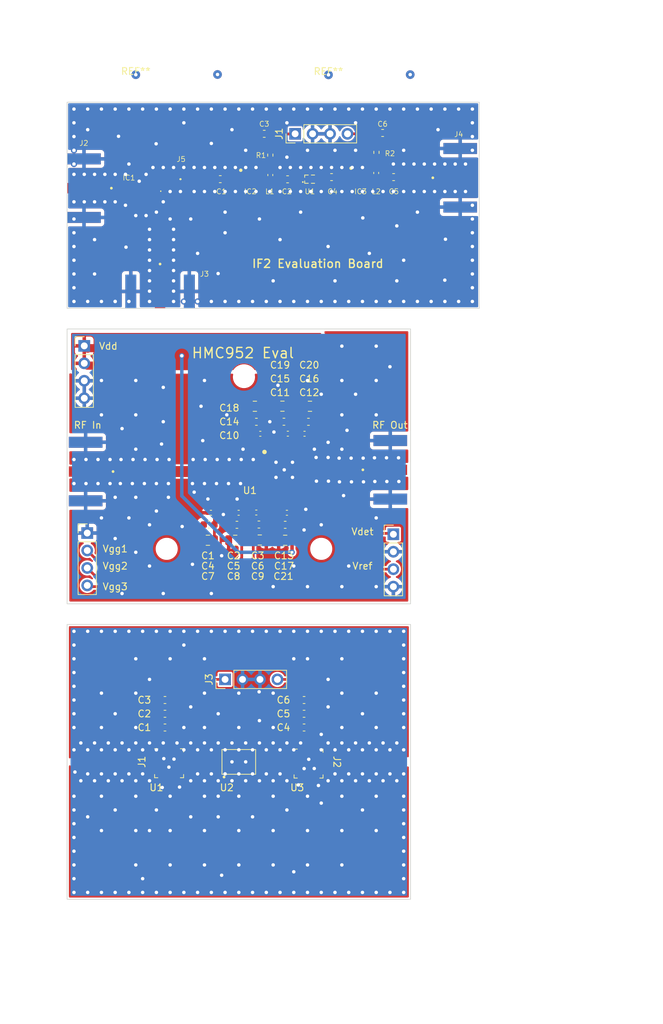
<source format=kicad_pcb>
(kicad_pcb (version 20211014) (generator pcbnew)
  (layers (0 "F.Cu" signal) (31 "B.Cu" signal) (34 "B.Paste" user) (35 "F.Paste" user) (36 "B.SilkS" user "B.Silkscreen") (37 "F.SilkS" user "F.Silkscreen") (38 "B.Mask" user) (39 "F.Mask" user) (44 "Edge.Cuts" user))
  (net 0 "")
  (footprint "Inductor_SMD:L_0402_1005Metric_Pad0.77x0.64mm_HandSolder" (layer "F.Cu") (at 129.585 44.6 -90)
    (fp_text reference "L1")
    (fp_text value "120 nH")
  )
  (footprint "Capacitor_SMD:C_0805_2012Metric" (layer "F.Cu") (at 124.475 97.75)
    (fp_text reference "C8")
    (fp_text value "4.7uF")
  )
  (footprint "Capacitor_SMD:C_0805_2012Metric" (layer "F.Cu") (at 135.3575 78.25 180)
    (fp_text reference "C20")
    (fp_text value "4.7uF")
  )
  (footprint "Capacitor_SMD:C_0603_1608Metric" (layer "F.Cu") (at 131.75 95.5)
    (fp_text reference "C17")
    (fp_text value "10nF")
  )
  (footprint "Connector_PinHeader_2.54mm:PinHeader_1x04_P2.54mm_Vertical" (layer "F.Cu") (at 102.5 69.46)
    (fp_text reference "J3" hide)
    (fp_text value "Conn_01x04")
  )
  (footprint "Package_DFN_QFN:QFN-24-1EP_4x4mm_P0.5mm_EP2.6x2.6mm" (layer "F.Cu") (at 114.848751 130.199999)
    (fp_text reference "U1")
    (fp_text value "HMC342")
  )
  (footprint "Capacitor_SMD:C_0603_1608Metric_Pad1.08x0.95mm_HandSolder" (layer "F.Cu") (at 122.3 45.2)
    (fp_text reference "C1")
    (fp_text value "2400 pF")
  )
  (footprint "GGS_RF:NM1812C-2" (layer "F.Cu") (at 122.75 133.605001)
    (fp_text reference "U2")
    (fp_text value "BFHK-2582+")
  )
  (footprint "Mixer_2_Library:B39871B4316P810" (layer "F.Cu") (at 135.3375 45.2)
    (fp_text reference "U1")
    (fp_text value "B39871B4316P810")
  )
  (footprint "Resistor_SMD:R_0402_1005Metric_Pad0.72x0.64mm_HandSolder" (layer "F.Cu") (at 129.585 41.7 -90)
    (fp_text reference "R1")
    (fp_text value "88.7")
  )
  (footprint "SamacSys_Footprints:QFN65P500X500X100-25N-D" (layer "F.Cu") (at 131.6125 87.5)
    (fp_text reference "U1")
    (fp_text value "HMC952ALP5GE" hide)
  )
  (footprint "GGS_Miscellaneous:Grapa_0.8mm_11.9mm" (layer "F.Cu") (at 138.05 30.016351)
    (fp_text reference "REF**")
    (fp_text value "Grapa_0.8mm_11.9mm")
  )
  (footprint "Capacitor_SMD:C_0603_1608Metric_Pad1.08x0.95mm_HandSolder" (layer "F.Cu") (at 138.5 44.9)
    (fp_text reference "C4")
    (fp_text value "2400 pF")
  )
  (footprint "Capacitor_SMD:C_0402_1005Metric" (layer "F.Cu") (at 127.543 93.714 180)
    (fp_text reference "C3")
    (fp_text value "100pF")
  )
  (footprint "GGS_Connectors:Johnson_142-0761-861" (layer "F.Cu") (at 138.791 130 -90)
    (fp_text reference "J2")
    (fp_text value "SMA")
  )
  (footprint "Capacitor_SMD:C_0805_2012Metric" (layer "F.Cu") (at 127.3375 78.25)
    (fp_text reference "C18")
    (fp_text value "4.7uF")
  )
  (footprint "Capacitor_SMD:C_0402_1005Metric" (layer "F.Cu") (at 132 93.75)
    (fp_text reference "C13")
    (fp_text value "100pF")
  )
  (footprint "SamacSys_Parts:SON65P200X200X105-7N" (layer "F.Cu") (at 126.685 45.2)
    (fp_text reference "IC2")
    (fp_text value "LEE2-6+" hide)
  )
  (footprint "Capacitor_SMD:C_0603_1608Metric" (layer "F.Cu") (at 127.924 95.464 180)
    (fp_text reference "C6")
    (fp_text value "10nF")
  )
  (footprint "Capacitor_SMD:C_0402_1005Metric" (layer "F.Cu") (at 128.1275 82.25)
    (fp_text reference "C10")
    (fp_text value "100pF")
  )
  (footprint "GGS_Connectors:LINX_CONSMA020.062-G" (layer "F.Cu") (at 159.6825 45 90)
    (fp_text reference "J4")
    (fp_text value "SMA")
  )
  (footprint "Capacitor_SMD:C_0603_1608Metric_Pad1.08x0.95mm_HandSolder" (layer "F.Cu") (at 132.1 45.2225)
    (fp_text reference "C2")
    (fp_text value "2400 pF")
  )
  (footprint "Capacitor_SMD:C_0603_1608Metric" (layer "F.Cu") (at 124.725 95.5)
    (fp_text reference "C5")
    (fp_text value "10nF")
  )
  (footprint "MountingHole:MountingHole_2.7mm_M2.5_ISO14580" (layer "F.Cu") (at 137 99)
    (fp_text reference "SCRW3" hide)
    (fp_text value "MountingHole_Pad")
  )
  (footprint "Connector_PinHeader_2.54mm:PinHeader_1x04_P2.54mm_Vertical" (layer "F.Cu") (at 102.9325 96.7)
    (fp_text reference "J4" hide)
    (fp_text value "Conn_01x04")
  )
  (footprint "Capacitor_SMD:C_0805_2012Metric" (layer "F.Cu") (at 128.051 97.714 180)
    (fp_text reference "C9")
    (fp_text value "4.7uF")
  )
  (footprint "Resistor_SMD:R_0402_1005Metric_Pad0.72x0.64mm_HandSolder" (layer "F.Cu") (at 145.0375 41.3 -90)
    (fp_text reference "R2")
    (fp_text value "88.7")
  )
  (footprint "GGS_Connectors:LINX_CONSMA020.062-G" (layer "F.Cu") (at 100.25 87.75 -90)
    (fp_text reference "J1" hide)
    (fp_text value "SMA")
  )
  (footprint "Capacitor_SMD:C_0603_1608Metric" (layer "F.Cu") (at 134.5 125 180)
    (fp_text reference "C4")
    (fp_text value "100 pF")
  )
  (footprint "Capacitor_SMD:C_0402_1005Metric" (layer "F.Cu") (at 134.5675 82.25 180)
    (fp_text reference "C12")
    (fp_text value "100pF")
  )
  (footprint "SamacSys_Parts:SON65P200X200X105-7N" (layer "F.Cu") (at 142.7375 44.9)
    (fp_text reference "IC3")
    (fp_text value "LEE2-6+" hide)
  )
  (footprint "Capacitor_SMD:C_0603_1608Metric_Pad1.08x0.95mm_HandSolder" (layer "F.Cu") (at 145.9375 38.4775 180)
    (fp_text reference "C6")
    (fp_text value "0.1 uF")
  )
  (footprint "GGS_Connectors:LINX_CONSMA020.062-G" (layer "F.Cu") (at 113.535 63.9925)
    (fp_text reference "J3")
    (fp_text value "SMA")
  )
  (footprint "Capacitor_SMD:C_0603_1608Metric" (layer "F.Cu") (at 120.685 95.464)
    (fp_text reference "C4")
    (fp_text value "10nF")
  )
  (footprint "Capacitor_SMD:C_0805_2012Metric" (layer "F.Cu") (at 131.75 97.75)
    (fp_text reference "C21")
    (fp_text value "4.7uF")
  )
  (footprint "Capacitor_SMD:C_0805_2012Metric" (layer "F.Cu") (at 131.3475 78.24)
    (fp_text reference "C19")
    (fp_text value "4.7uF")
  )
  (footprint "Capacitor_SMD:C_0805_2012Metric" (layer "F.Cu") (at 120.497 97.75)
    (fp_text reference "C7")
    (fp_text value "4.7uF")
  )
  (footprint "MountingHole:MountingHole_2.7mm_M2.5_ISO14580" (layer "F.Cu") (at 114.5 99)
    (fp_text reference "SCRW2" hide)
    (fp_text value "MountingHole_Pad")
  )
  (footprint "Capacitor_SMD:C_0603_1608Metric" (layer "F.Cu") (at 114.25 123 180)
    (fp_text reference "C2")
    (fp_text value "1 nF")
  )
  (footprint "MountingHole:MountingHole_2.7mm_M2.5_ISO14580" (layer "F.Cu") (at 125.75 74)
    (fp_text reference "SCRW1" hide)
    (fp_text value "MountingHole_Pad")
  )
  (footprint "Connector_PinHeader_2.54mm:PinHeader_1x04_P2.54mm_Vertical" (layer "F.Cu") (at 123 118 90)
    (fp_text reference "J3")
    (fp_text value "Conn_01x04")
  )
  (footprint "Capacitor_SMD:C_0603_1608Metric" (layer "F.Cu") (at 127.5575 80.51)
    (fp_text reference "C14")
    (fp_text value "10nF")
  )
  (footprint "Capacitor_SMD:C_0603_1608Metric" (layer "F.Cu") (at 134.5 121 180)
    (fp_text reference "C6")
    (fp_text value "2.2 uF")
  )
  (footprint "Connector_PinHeader_2.54mm:PinHeader_1x04_P2.54mm_Vertical" (layer "F.Cu") (at 133.2 38.6 90)
    (fp_text reference "J1")
    (fp_text value "Conn_01x04")
  )
  (footprint "Capacitor_SMD:C_0402_1005Metric" (layer "F.Cu") (at 120.939 93.75)
    (fp_text reference "C1")
    (fp_text value "100pF")
  )
  (footprint "GGS_Connectors:LINX_CONSMA020.062-G" (layer "F.Cu") (at 149.5 87.5 90)
    (fp_text reference "J2" hide)
    (fp_text value "SMA")
  )
  (footprint "SamacSys_Parts:MS156C320" (layer "F.Cu") (at 118.255 45.2)
    (fp_text reference "J5")
    (fp_text value "MS-156C3_20_" hide)
  )
  (footprint "GGS_Connectors:Johnson_142-0761-861" (layer "F.Cu") (at 111.382 130 90)
    (fp_text reference "J1")
    (fp_text value "SMA")
  )
  (footprint "SamacSys_Parts:SIM14" (layer "F.Cu") (at 111.635 50 180)
    (fp_text reference "IC1")
    (fp_text value "SIM-14+" hide)
  )
  (footprint "Capacitor_SMD:C_0603_1608Metric_Pad1.08x0.95mm_HandSolder" (layer "F.Cu") (at 147.5375 44.9)
    (fp_text reference "C5")
    (fp_text value "2400 pF")
  )
  (footprint "Connector_PinHeader_2.54mm:PinHeader_1x04_P2.54mm_Vertical" (layer "F.Cu") (at 147.5 96.88)
    (fp_text reference "J5" hide)
    (fp_text value "Conn_01x04")
  )
  (footprint "Capacitor_SMD:C_0603_1608Metric" (layer "F.Cu") (at 114.25 125 180)
    (fp_text reference "C1")
    (fp_text value "100 pF")
  )
  (footprint "Capacitor_SMD:C_0603_1608Metric" (layer "F.Cu") (at 134.5 123 180)
    (fp_text reference "C5")
    (fp_text value "1 nF")
  )
  (footprint "GGS_Miscellaneous:Grapa_0.8mm_11.9mm" (layer "F.Cu") (at 110 30)
    (fp_text reference "REF**")
    (fp_text value "Grapa_0.8mm_11.9mm")
  )
  (footprint "Capacitor_SMD:C_0603_1608Metric" (layer "F.Cu") (at 135.1375 80.51 180)
    (fp_text reference "C16")
    (fp_text value "10nF")
  )
  (footprint "Capacitor_SMD:C_0603_1608Metric" (layer "F.Cu") (at 114.25 121 180)
    (fp_text reference "C3")
    (fp_text value "2.2 uF")
  )
  (footprint "Capacitor_SMD:C_0402_1005Metric" (layer "F.Cu") (at 132.1375 82.24)
    (fp_text reference "C11")
    (fp_text value "100pF")
  )
  (footprint "Inductor_SMD:L_0402_1005Metric_Pad0.77x0.64mm_HandSolder" (layer "F.Cu") (at 145 44.3 -90)
    (fp_text reference "L2")
    (fp_text value "120 nH")
  )
  (footprint "Capacitor_SMD:C_0402_1005Metric" (layer "F.Cu") (at 124.975 93.75)
    (fp_text reference "C2")
    (fp_text value "100pF")
  )
  (footprint "Capacitor_SMD:C_0603_1608Metric_Pad1.08x0.95mm_HandSolder" (layer "F.Cu") (at 128.7 38.6)
    (fp_text reference "C3")
    (fp_text value "0.1 uF")
  )
  (footprint "Capacitor_SMD:C_0603_1608Metric" (layer "F.Cu") (at 131.5675 80.5)
    (fp_text reference "C15")
    (fp_text value "10nF")
  )
  (footprint "GGS_Connectors:LINX_CONSMA020.062-G" (layer "F.Cu") (at 100.0075 46.51 -90)
    (fp_text reference "J2")
    (fp_text value "SMA")
  )
  (footprint "Package_DFN_QFN:QFN-24-1EP_4x4mm_P0.5mm_EP2.6x2.6mm" (layer "F.Cu") (at 135.151238 130.249999)
    (fp_text reference "U3")
    (fp_text value "HMC342")
  )
  (gr_rect (start 100 64) (end 160 34) (layer "Edge.Cuts") (width 0.1) (fill none))
  (gr_rect (start 100 150) (end 150 110) (layer "Edge.Cuts") (width 0.1) (fill none))
  (gr_rect (start 100 107) (end 150 67) (layer "Edge.Cuts") (width 0.1) (fill none))
  (gr_text "GND" (at 129 114 90) (layer "F.Cu") (effects (font (size 1 1) (thickness 0.25))))
  (gr_text "GND" (at 125.000008 114 90) (layer "F.Cu") (effects (font (size 1 1) (thickness 0.25))))
  (gr_text "Vdd2" (at 127.000004 114 90) (layer "F.Cu") (effects (font (size 1 1) (thickness 0.25))))
  (gr_text "LNA + BPF + LNA Evaluation Board" (at 125.5 142.5) (layer "F.Cu") (effects (font (size 1 1) (thickness 0.25))))
  (gr_text "Vdd1" (at 123.000007 114.000012 90) (layer "F.Cu") (effects (font (size 1 1) (thickness 0.25))))
  (gr_text "RF In" (at 103 81) (layer "F.SilkS") (effects (font (size 1 1))))
  (gr_text "Vdet" (at 143 96.5) (layer "F.SilkS") (effects (font (size 1 1))))
  (gr_text "Vdd" (at 106 69.5) (layer "F.SilkS") (effects (font (size 1 1))))
  (gr_text "Vgg3" (at 107 104.5) (layer "F.SilkS") (effects (font (size 1 1))))
  (gr_text "RF Out" (at 147 81) (layer "F.SilkS") (effects (font (size 1 1))))
  (gr_text "Vgg1" (at 107 99) (layer "F.SilkS") (effects (font (size 1 1))))
  (gr_text "Vref" (at 143 101.5) (layer "F.SilkS") (effects (font (size 1 1))))
  (gr_text "Vgg2" (at 107 101.5) (layer "F.SilkS") (effects (font (size 1 1))))
  (gr_text "IF2 Evaluation Board" (at 136.5 57.5) (layer "F.SilkS") (effects (font (size 1.2 1.2) (thickness 0.2))))
  (gr_text "HMC952 Eval" (at 125.6 70.5) (layer "F.SilkS") (effects (font (size 1.5 1.5) (thickness 0.2))))
  (segment (start 118.1 48.2) (end 118.255 48.045) (width 0.4) (layer "F.Cu") (net 0))
  (segment (start 129.1625 87.175) (end 131.2875 87.175) (width 0.25) (layer "F.Cu") (net 0))
  (segment (start 117.43 47.53) (end 118.1 48.2) (width 0.4) (layer "F.Cu") (net 0))
  (segment (start 134.0625 85.875) (end 133.2375 85.875) (width 0.25) (layer "F.Cu") (net 0))
  (segment (start 133.4 77.1375) (end 133.4 71.9175) (width 1) (layer "F.Cu") (net 0))
  (segment (start 102 129.999999) (end 111.539999 129.999999) (width 0.82296) (layer "F.Cu") (net 0))
  (segment (start 128.8 89.95) (end 129.9875 89.95) (width 0.4) (layer "F.Cu") (net 0))
  (segment (start 133.2375 85.05) (end 133.2375 85.875) (width 0.25) (layer "F.Cu") (net 0))
  (segment (start 133.2375 89.95) (end 133.2375 90.4875) (width 0.4) (layer "F.Cu") (net 0))
  (segment (start 131.150039 45.309961) (end 130.410337 45.309961) (width 1.6129) (layer "F.Cu") (net 0))
  (segment (start 128.25 92) (end 127.101 93.149) (width 0.4) (layer "F.Cu") (net 0))
  (segment (start 118.055 42.855) (end 118.255 42.655) (width 0.4) (layer "F.Cu") (net 0))
  (segment (start 105.4675 72.425) (end 105.9325 71.96) (width 1) (layer "F.Cu") (net 0))
  (segment (start 103.05 87.75) (end 127.669239 87.75) (width 1.5875) (layer "F.Cu") (net 0))
  (segment (start 129 128.25) (end 121 128.25) (width 0.84074) (layer "F.Cu") (net 0))
  (segment (start 115.098751 120.401249) (end 115.098751 128.262499) (width 0.381) (layer "F.Cu") (net 0))
  (segment (start 134.0625 87.175) (end 135.1875 87.175) (width 0.4) (layer "F.Cu") (net 0))
  (segment (start 132.9825 77.555) (end 132.2975 78.24) (width 1) (layer "F.Cu") (net 0))
  (segment (start 117.5 118) (end 115.098751 120.401249) (width 0.381) (layer "F.Cu") (net 0))
  (segment (start 133.2375 90.4875) (end 134 91.25) (width 0.4) (layer "F.Cu") (net 0))
  (segment (start 117.43 44.075) (end 117.43 43.48) (width 0.4) (layer "F.Cu") (net 0))
  (segment (start 118.255 48.045) (end 118.255 46.49) (width 0.4) (layer "F.Cu") (net 0))
  (segment (start 129.25 92) (end 128.25 92) (width 0.4) (layer "F.Cu") (net 0))
  (segment (start 121.447 100.303) (end 121.447 93.778) (width 0.4) (layer "F.Cu") (net 0))
  (segment (start 121.419 93.081) (end 121.419 93.75) (width 0.4) (layer "F.Cu") (net 0))
  (segment (start 134.3 45.1) (end 134.4 45.2) (width 0.4) (layer "F.Cu") (net 0))
  (segment (start 132.6125 83) (end 132.6125 78.555) (width 0.4) (layer "F.Cu") (net 0))
  (segment (start 133.085 45.1) (end 132.9625 45.2225) (width 0.4) (layer "F.Cu") (net 0))
  (segment (start 130.3625 83.25) (end 131.2875 84.175) (width 0.4) (layer "F.Cu") (net 0))
  (segment (start 126.75 90.5) (end 124 90.5) (width 0.4) (layer "F.Cu") (net 0))
  (segment (start 127.101 93.149) (end 127.101 97.714) (width 0.4) (layer "F.Cu") (net 0))
  (segment (start 145.0375 41.8975) (end 145.0375 43.69) (width 0.4) (layer "F.Cu") (net 0))
  (segment (start 121.695001 130.005001) (end 121.69 130) (width 0.381) (layer "F.Cu") (net 0))
  (segment (start 141.7375 44.9) (end 140.277539 44.9) (width 0.4) (layer "F.Cu") (net 0))
  (segment (start 122.25 103.5) (end 104.6525 103.5) (width 0.4) (layer "F.Cu") (net 0))
  (segment (start 142.25 96.75) (end 147.37 96.75) (width 0.4) (layer "F.Cu") (net 0))
  (segment (start 111.630001 129.949999) (end 112.911251 129.949999) (width 0.381) (layer "F.Cu") (net 0))
  (segment (start 121.69 130) (end 121.684999 130.005001) (width 1.4732) (layer "F.Cu") (net 0))
  (segment (start 148.824 130) (end 144.52 130) (width 0.82296) (layer "F.Cu") (net 0))
  (segment (start 125.425 97.75) (end 125.425 100.325) (width 0.4) (layer "F.Cu") (net 0))
  (segment (start 118.255 42.655) (end 118.2 42.6) (width 0.4) (layer "F.Cu") (net 0))
  (segment (start 102.9325 99.24) (end 106.1925 102.5) (width 0.4) (layer "F.Cu") (net 0))
  (segment (start 129.1625 87.825) (end 128.0375 87.825) (width 0.4) (layer "F.Cu") (net 0))
  (segment (start 130.6375 86.525) (end 131.6125 87.5) (width 0.25) (layer "F.Cu") (net 0))
  (segment (start 129.6125 83.25) (end 130.3625 83.25) (width 0.4) (layer "F.Cu") (net 0))
  (segment (start 129.5625 38.6) (end 129.5625 41.08) (width 0.4) (layer "F.Cu") (net 0))
  (segment (start 129.5825 41.1) (end 129.585 41.1025) (width 0.2) (layer "F.Cu") (net 0))
  (segment (start 131.9375 85.05) (end 131.9375 83.675) (width 0.4) (layer "F.Cu") (net 0))
  (segment (start 134.4 45.2) (end 134.5275 45.2) (width 0.4) (layer "F.Cu") (net 0))
  (segment (start 134.0625 86.525) (end 132.5875 86.525) (width 0.25) (layer "F.Cu") (net 0))
  (segment (start 145.0375 43.69) (end 145 43.7275) (width 0.4) (layer "F.Cu") (net 0))
  (segment (start 131.900001 129.999999) (end 128.27 129.999999) (width 1.4732) (layer "F.Cu") (net 0))
  (segment (start 117.295 45.2) (end 116.6 45.2) (width 0.4) (layer "F.Cu") (net 0))
  (segment (start 127.685 45.2) (end 129.5575 45.2) (width 0.4) (layer "F.Cu") (net 0))
  (segment (start 135.1875 87.175) (end 135.2125 87.2) (width 0.4) (layer "F.Cu") (net 0))
  (segment (start 105.8575 69.885) (end 105.9325 69.96) (width 1) (layer "F.Cu") (net 0))
  (segment (start 113.709961 61.017539) (end 113.709961 52.6) (width 1.6129) (layer "F.Cu") (net 0))
  (segment (start 128.125 89.125) (end 126.75 90.5) (width 0.4) (layer "F.Cu") (net 0))
  (segment (start 131.2875 87.825) (end 131.6125 87.5) (width 0.25) (layer "F.Cu") (net 0))
  (segment (start 132.5875 84.025) (end 134.0875 82.525) (width 0.4) (layer "F.Cu") (net 0))
  (segment (start 131.9375 87.825) (end 131.6125 87.5) (width 0.25) (layer "F.Cu") (net 0))
  (segment (start 124 130) (end 124.944999 130) (width 0.381) (layer "F.Cu") (net 0))
  (segment (start 119.08 47.22) (end 118.255 48.045) (width 0.4) (layer "F.Cu") (net 0))
  (segment (start 130.6375 90.6125) (end 129.25 92) (width 0.4) (layer "F.Cu") (net 0))
  (segment (start 125.425 97.75) (end 125.425 93.325) (width 0.4) (layer "F.Cu") (net 0))
  (segment (start 112.27 47.955) (end 112.27 46.53) (width 0.4) (layer "F.Cu") (net 0))
  (segment (start 134 91.25) (end 135.25 91.25) (width 0.4) (layer "F.Cu") (net 0))
  (segment (start 121.447 98.004) (end 121.447 97.75) (width 1) (layer "F.Cu") (net 0))
  (segment (start 129.5575 45.2) (end 129.585 45.1725) (width 0.4) (layer "F.Cu") (net 0))
  (segment (start 132.6125 78.555) (end 132.2975 78.24) (width 0.4) (layer "F.Cu") (net 0))
  (segment (start 129.1625 88.475) (end 130.6375 88.475) (width 0.25) (layer "F.Cu") (net 0))
  (segment (start 131.2875 87.175) (end 131.6125 87.5) (width 0.25) (layer "F.Cu") (net 0))
  (segment (start 121.447 93.778) (end 121.419 93.75) (width 0.4) (layer "F.Cu") (net 0))
  (segment (start 133.7125 77.555) (end 134.4075 78.25) (width 1) (layer "F.Cu") (net 0))
  (segment (start 127.101 97.714) (end 127.101 100.399) (width 0.4) (layer "F.Cu") (net 0))
  (segment (start 127.15 130.005001) (end 127.994993 130.005001) (width 0.381) (layer "F.Cu") (net 0))
  (segment (start 146.7 87.5) (end 135.8 87.5) (width 1.5875) (layer "F.Cu") (net 0))
  (segment (start 125.425 93.325) (end 128.8 89.95) (width 0.4) (layer "F.Cu") (net 0))
  (segment (start 132.5875 88.475) (end 131.6125 87.5) (width 0.25) (layer "F.Cu") (net 0))
  (segment (start 131.2875 84.175) (end 131.2875 85.05) (width 0.4) (layer "F.Cu") (net 0))
  (segment (start 112.27 46.53) (end 113.6 45.2) (width 1.6129) (layer "F.Cu") (net 0))
  (segment (start 134.0875 82.25) (end 134.0875 78.57) (width 0.4) (layer "F.Cu") (net 0))
  (segment (start 132.5875 97.5805) (end 132.5875 89.95) (width 0.4) (layer "F.Cu") (net 0))
  (segment (start 134.0625 87.825) (end 131.9375 87.825) (width 0.25) (layer "F.Cu") (net 0))
  (segment (start 134.0625 89.125) (end 134.625 89.125) (width 0.4) (layer "F.Cu") (net 0))
  (segment (start 132.757 97.75) (end 132.5875 97.5805) (width 0.4) (layer "F.Cu") (net 0))
  (segment (start 112.27 46.53) (end 112.3 46.5) (width 0.4) (layer "F.Cu") (net 0))
  (segment (start 132.9825 77.555) (end 133.4 77.1375) (width 1) (layer "F.Cu") (net 0))
  (segment (start 135.401238 128.312499) (end 135.401238 119.401238) (width 0.381) (layer "F.Cu") (net 0))
  (segment (start 137.603989 44.866489) (end 136.1525 44.866489) (width 0.4) (layer "F.Cu") (net 0))
  (segment (start 135.401238 119.401238) (end 134 118) (width 0.381) (layer "F.Cu") (net 0))
  (segment (start 131.9375 89.95) (end 131.9375 87.825) (width 0.25) (layer "F.Cu") (net 0))
  (segment (start 134.0875 78.57) (end 134.4075 78.25) (width 0.4) (layer "F.Cu") (net 0))
  (segment (start 128.8 75.8) (end 128.8 71.7) (width 1) (layer "F.Cu") (net 0))
  (segment (start 111.539999 129.999999) (end 111.56 130.02) (width 0.82296) (layer "F.Cu") (net 0))
  (segment (start 130.6375 85.05) (end 130.6375 86.525) (width 0.25) (layer "F.Cu") (net 0))
  (segment (start 122.85 130.005001) (end 121.695001 130.005001) (width 0.381) (layer "F.Cu") (net 0))
  (segment (start 104.6525 103.5) (end 102.9325 101.78) (width 0.4) (layer "F.Cu") (net 0))
  (segment (start 132.5875 86.525) (end 131.6125 87.5) (width 0.25) (layer "F.Cu") (net 0))
  (segment (start 137.6375 44.9) (end 137.603989 44.866489) (width 0.4) (layer "F.Cu") (net 0))
  (segment (start 146.105039 45.009961) (end 145.825337 45.009961) (width 1.6129) (layer "F.Cu") (net 0))
  (segment (start 124 90.5) (end 121.419 93.081) (width 0.4) (layer "F.Cu") (net 0))
  (segment (start 129.1625 86.525) (end 130.6375 86.525) (width 0.25) (layer "F.Cu") (net 0))
  (segment (start 102.8075 46.51) (end 108.670039 46.51) (width 1.6129) (layer "F.Cu") (net 0))
  (segment (start 134 118) (end 130.62 118) (width 0.381) (layer "F.Cu") (net 0))
  (segment (start 117.43 43.48) (end 118.055 42.855) (width 0.4) (layer "F.Cu") (net 0))
  (segment (start 124.944999 130) (end 124.95 130.005001) (width 0.381) (layer "F.Cu") (net 0))
  (segment (start 125.425 100.325) (end 122.25 103.5) (width 0.4) (layer "F.Cu") (net 0))
  (segment (start 121.684999 130.005001) (end 118 130.005001) (width 1.4732) (layer "F.Cu") (net 0))
  (segment (start 134.0625 88.475) (end 132.5875 88.475) (width 0.25) (layer "F.Cu") (net 0))
  (segment (start 135.3375 45.81) (end 135.3375 44.59) (width 0.25) (layer "F.Cu") (net 0))
  (segment (start 125.685 45.2) (end 124.2 45.2) (width 0.4) (layer "F.Cu") (net 0))
  (segment (start 129.1625 89.125) (end 128.125 89.125) (width 0.4) (layer "F.Cu") (net 0))
  (segment (start 119.25 102.5) (end 121.447 100.303) (width 0.4) (layer "F.Cu") (net 0))
  (segment (start 145.96 101.96) (end 147.5 101.96) (width 0.4) (layer "F.Cu") (net 0))
  (segment (start 127.101 100.399) (end 123 104.5) (width 0.4) (layer "F.Cu") (net 0))
  (segment (start 145.075 40.665) (end 145.0375 40.7025) (width 0.4) (layer "F.Cu") (net 0))
  (segment (start 143.7375 44.9) (end 144.9725 44.9) (width 0.4) (layer "F.Cu") (net 0))
  (segment (start 106.1925 102.5) (end 119.25 102.5) (width 0.4) (layer "F.Cu") (net 0))
  (segment (start 102.9325 69.885) (end 105.8575 69.885) (width 1) (layer "F.Cu") (net 0))
  (segment (start 130.6375 88.475) (end 131.6125 87.5) (width 0.25) (layer "F.Cu") (net 0))
  (segment (start 121 131.75) (end 129 131.75) (width 0.84074) (layer "F.Cu") (net 0))
  (segment (start 102.9325 72.425) (end 105.4675 72.425) (width 1) (layer "F.Cu") (net 0))
  (segment (start 133.213738 129.999999) (end 131.919999 129.999999) (width 0.381) (layer "F.Cu") (net 0))
  (segment (start 128.2875 78.25) (end 128.6075 78.57) (width 0.4) (layer "F.Cu") (net 0))
  (segment (start 120.6 45.2) (end 120.514961 45.2) (width 1.6129) (layer "F.Cu") (net 0))
  (segment (start 129.9875 85.875) (end 131.6125 87.5) (width 0.25) (layer "F.Cu") (net 0))
  (segment (start 128.6075 78.57) (end 128.6075 82.25) (width 0.4) (layer "F.Cu") (net 0))
  (segment (start 128.6075 82.25) (end 128.6125 82.25) (width 0.4) (layer "F.Cu") (net 0))
  (segment (start 128.2875 78.25) (end 128.2875 76.3125) (width 1) (layer "F.Cu") (net 0))
  (segment (start 131.2875 89.95) (end 131.2875 87.825) (width 0.25) (layer "F.Cu") (net 0))
  (segment (start 129.9875 85.05) (end 129.9875 85.875) (width 0.25) (layer "F.Cu") (net 0))
  (segment (start 113.6 45.2) (end 115.995039 45.2) (width 1.6129) (layer "F.Cu") (net 0))
  (segment (start 102.9325 69.885) (end 103.0075 69.96) (width 1) (layer "F.Cu") (net 0))
  (segment (start 137.088738 129.999999) (end 138 130) (width 0.381) (layer "F.Cu") (net 0))
  (segment (start 119.08 46.825) (end 119.08 47.22) (width 0.4) (layer "F.Cu") (net 0))
  (segment (start 133.1775 38.6225) (end 133.2 38.6) (width 0.4) (layer "F.Cu") (net 0))
  (segment (start 135.25 91.25) (end 145.96 101.96) (width 0.4) (layer "F.Cu") (net 0))
  (segment (start 129.585 42.2975) (end 129.585 44.0275) (width 0.4) (layer "F.Cu") (net 0))
  (segment (start 134.625 89.125) (end 142.25 96.75) (width 0.4) (layer "F.Cu") (net 0))
  (segment (start 119.8475 45.2) (end 119.1525 45.2) (width 0.4) (layer "F.Cu") (net 0))
  (segment (start 128.2875 76.3125) (end 128.8 75.8) (width 1) (layer "F.Cu") (net 0))
  (segment (start 117.43 46.825) (end 117.43 47.53) (width 0.4) (layer "F.Cu") (net 0))
  (segment (start 118.255 44.41) (end 118.255 42.655) (width 0.4) (layer "F.Cu") (net 0))
  (segment (start 133.7125 77.555) (end 132.9825 77.555) (width 1) (layer "F.Cu") (net 0))
  (segment (start 135.3375 45.365) (end 135.3375 44.59) (width 0.25) (layer "F.Cu") (net 0))
  (segment (start 131.9375 83.675) (end 132.6125 83) (width 0.4) (layer "F.Cu") (net 0))
  (segment (start 103.1125 104.5) (end 102.9325 104.32) (width 0.4) (layer "F.Cu") (net 0))
  (segment (start 128.6125 82.25) (end 129.6125 83.25) (width 0.4) (layer "F.Cu") (net 0))
  (segment (start 123 104.5) (end 103.1125 104.5) (width 0.4) (layer "F.Cu") (net 0))
  (segment (start 134.2 45.2) (end 133.185 45.2) (width 1) (layer "F.Cu") (net 0))
  (segment (start 111.56 130.02) (end 111.630001 129.949999) (width 0.381) (layer "F.Cu") (net 0))
  (segment (start 119.08 44.075) (end 119.08 43.88) (width 0.4) (layer "F.Cu") (net 0))
  (segment (start 134.0875 82.525) (end 134.0875 82.25) (width 0.4) (layer "F.Cu") (net 0))
  (segment (start 132.5875 85.05) (end 132.5875 84.025) (width 0.4) (layer "F.Cu") (net 0))
  (segment (start 140.82 38.6) (end 145.775 38.6) (width 0.4) (layer "F.Cu") (net 0))
  (segment (start 129.5625 41.08) (end 129.585 41.1025) (width 0.4) (layer "F.Cu") (net 0))
  (segment (start 133.4 71.9175) (end 132.9825 71.5) (width 1) (layer "F.Cu") (net 0))
  (segment (start 111.54 130) (end 106 130) (width 1.4732) (layer "F.Cu") (net 0))
  (segment (start 123.1625 45.2) (end 124.2 45.2) (width 1.6129) (layer "F.Cu") (net 0))
  (segment (start 147.37 96.75) (end 147.5 96.88) (width 0.4) (layer "F.Cu") (net 0))
  (segment (start 108.670039 46.51) (end 109.560039 47.4) (width 1.6129) (layer "F.Cu") (net 0))
  (segment (start 145.075 38.4775) (end 145.075 40.665) (width 0.4) (layer "F.Cu") (net 0))
  (segment (start 116.786251 129.949999) (end 117.449999 129.949999) (width 0.381) (layer "F.Cu") (net 0))
  (segment (start 132.75 97.8) (end 132.7 97.75) (width 0.5) (layer "F.Cu") (net 0))
  (segment (start 144.9725 44.9) (end 145 44.8725) (width 0.4) (layer "F.Cu") (net 0))
  (segment (start 132.75 99.5) (end 132.75 97.8) (width 0.5) (layer "F.Cu") (net 0))
  (segment (start 128.8 71.7) (end 129 71.5) (width 1) (layer "F.Cu") (net 0))
  (segment (start 119.08 43.88) (end 118.055 42.855) (width 0.4) (layer "F.Cu") (net 0))
  (segment (start 140.0375 44.9) (end 140.277539 44.9) (width 1.6129) (layer "F.Cu") (net 0))
  (segment (start 117.5 118) (end 123 118) (width 0.381) (layer "F.Cu") (net 0))
  (segment (start 144.52 130) (end 138.4 130) (width 1.4732) (layer "F.Cu") (net 0))
  (segment (start 129.585 38.6225) (end 133.1775 38.6225) (width 0.4) (layer "F.Cu") (net 0))
  (segment (start 130.6375 89.95) (end 130.6375 90.6125) (width 0.4) (layer "F.Cu") (net 0))
  (segment (start 157.2 45) (end 149 45) (width 1.6129) (layer "F.Cu") (net 0))
  (segment (start 129.5625 38.6) (end 129.585 38.6225) (width 0.4) (layer "F.Cu") (net 0))
  (segment (start 129.1625 85.875) (end 129.9875 85.875) (width 0.25) (layer "F.Cu") (net 0))
  (segment (start 133.2375 85.875) (end 131.6125 87.5) (width 0.25) (layer "F.Cu") (net 0))
  (via (at 107 128.25) (size 0.9) (drill 0.5) (layers "F.Cu" "B.Cu") (net 0))
  (via (at 134 43.5) (size 0.9) (drill 0.5) (layers "F.Cu" "B.Cu") (net 0))
  (via (at 157 63) (size 0.9) (drill 0.5) (layers "F.Cu" "B.Cu") (net 0))
  (via (at 132.5 47) (size 0.9) (drill 0.5) (layers "F.Cu" "B.Cu") (net 0))
  (via (at 114 75.5) (size 0.8) (drill 0.5) (layers "F.Cu" "B.Cu") (net 0))
  (via (at 149 137) (size 0.9) (drill 0.5) (layers "F.Cu" "B.Cu") (net 0))
  (via (at 147 131.75) (size 0.9) (drill 0.5) (layers "F.Cu" "B.Cu") (net 0))
  (via (at 133 128.25) (size 0.9) (drill 0.5) (layers "F.Cu" "B.Cu") (net 0))
  (via (at 119.75 83.25) (size 0.8) (drill 0.5) (layers "F.Cu" "B.Cu") (net 0))
  (via (at 149 43) (size 0.9) (drill 0.5) (layers "F.Cu" "B.Cu") (net 0))
  (via (at 118.25 101.25) (size 0.8) (drill 0.5) (layers "F.Cu" "B.Cu") (net 0))
  (via (at 145 135) (size 0.9) (drill 0.5) (layers "F.Cu" "B.Cu") (net 0))
  (via (at 120 140) (size 0.9) (drill 0.5) (layers "F.Cu" "B.Cu") (net 0))
  (via (at 150.5 43) (size 0.9) (drill 0.5) (layers "F.Cu" "B.Cu") (net 0))
  (via (at 141 131.75) (size 0.9) (drill 0.5) (layers "F.Cu" "B.Cu") (net 0))
  (via (at 113.85 133.73) (size 0.9) (drill 0.5) (layers "F.Cu" "B.Cu") (net 0))
  (via (at 112 140) (size 0.9) (drill 0.5) (layers "F.Cu" "B.Cu") (net 0))
  (via (at 130.7 75.2) (size 0.8) (drill 0.5) (layers "F.Cu" "B.Cu") (net 0))
  (via (at 104 54) (size 0.9) (drill 0.5) (layers "F.Cu" "B.Cu") (net 0))
  (via (at 117 111) (size 0.9) (drill 0.5) (layers "F.Cu" "B.Cu") (net 0))
  (via (at 113.75 83.75) (size 0.8) (drill 0.5) (layers "F.Cu" "B.Cu") (net 0))
  (via (at 135 104.5) (size 0.8) (drill 0.5) (layers "F.Cu" "B.Cu") (net 0))
  (via (at 103 131.75) (size 0.9) (drill 0.5) (layers "F.Cu" "B.Cu") (net 0))
  (via (at 106 132.75) (size 0.9) (drill 0.5) (layers "F.Cu" "B.Cu") (net 0))
  (via (at 121.5 47) (size 0.9) (drill 0.5) (layers "F.Cu" "B.Cu") (net 0))
  (via (at 109 128.25) (size 0.9) (drill 0.5) (layers "F.Cu" "B.Cu") (net 0))
  (via (at 125 145) (size 0.9) (drill 0.5) (layers "F.Cu" "B.Cu") (net 0))
  (via (at 143 63) (size 0.9) (drill 0.5) (layers "F.Cu" "B.Cu") (net 0))
  (via (at 159 35) (size 0.9) (drill 0.5) (layers "F.Cu" "B.Cu") (net 0))
  (via (at 140.75 81.75) (size 0.8) (drill 0.5) (layers "F.Cu" "B.Cu") (net 0))
  (via (at 152 43) (size 0.9) (drill 0.5) (layers "F.Cu" "B.Cu") (net 0))
  (via (at 101 113) (size 0.9) (drill 0.5) (layers "F.Cu" "B.Cu") (net 0))
  (via (at 135 145) (size 0.9) (drill 0.5) (layers "F.Cu" "B.Cu") (net 0))
  (via (at 116.37 133.67) (size 0.9) (drill 0.5) (layers "F.Cu" "B.Cu") (net 0))
  (via (at 103 35) (size 0.9) (drill 0.5) (layers "F.Cu" "B.Cu") (net 0))
  (via (at 127.5 47) (size 0.9) (drill 0.5) (layers "F.Cu" "B.Cu") (net 0))
  (via (at 107 63) (size 0.9) (drill 0.5) (layers "F.Cu" "B.Cu") (net 0))
  (via (at 141.4 89.25) (size 0.8) (drill 0.5) (layers "F.Cu" "B.Cu") (net 0))
  (via (at 117 149) (size 0.9) (drill 0.5) (layers "F.Cu" "B.Cu") (net 0))
  (via (at 149 125) (size 0.9) (drill 0.5) (layers "F.Cu" "B.Cu") (net 0))
  (via (at 120 115) (size 0.9) (drill 0.5) (layers "F.Cu" "B.Cu") (net 0))
  (via (at 129 111) (size 0.9) (drill 0.5) (layers "F.Cu" "B.Cu") (net 0))
  (via (at 132 42) (size 0.9) (drill 0.5) (layers "F.Cu" "B.Cu") (net 0))
  (via (at 132 127.25) (size 0.9) (drill 0.5) (layers "F.Cu" "B.Cu") (net 0))
  (via (at 112.961126 40.052607) (size 0.9) (drill 0.5) (layers "F.Cu" "B.Cu") (net 0))
  (via (at 119 35) (size 0.9) (drill 0.5) (layers "F.Cu" "B.Cu") (net 0))
  (via (at 132.8125 86.4) (size 0.8) (drill 0.5) (layers "F.Cu" "B.Cu") (net 0))
  (via (at 122 123) (size 0.9) (drill 0.5) (layers "F.Cu" "B.Cu") (net 0))
  (via (at 144.5 47) (size 0.9) (drill 0.5) (layers "F.Cu" "B.Cu") (net 0))
  (via (at 149 149) (size 0.9) (drill 0.5) (layers "F.Cu" "B.Cu") (net 0))
  (via (at 122.5 146.5) (size 0.9) (drill 0.5) (layers "F.Cu" "B.Cu") (net 0))
  (via (at 135 115) (size 0.9) (drill 0.5) (layers "F.Cu" "B.Cu") (net 0))
  (via (at 130.4125 88.6) (size 0.8) (drill 0.5) (layers "F.Cu" "B.Cu") (net 0))
  (via (at 135.5 47) (size 0.9) (drill 0.5) (layers "F.Cu" "B.Cu") (net 0))
  (via (at 128 127.25) (size 0.9) (drill 0.5) (layers "F.Cu" "B.Cu") (net 0))
  (via (at 120 132.75) (size 0.9) (drill 0.5) (layers "F.Cu" "B.Cu") (net 0))
  (via (at 140 79.5) (size 0.8) (drill 0.5) (layers "F.Cu" "B.Cu") (net 0))
  (via (at 124 130) (size 0.9) (drill 0.5) (layers "F.Cu" "B.Cu") (net 0))
  (via (at 149 117) (size 0.9) (drill 0.5) (layers "F.Cu" "B.Cu") (net 0))
  (via (at 146 132.75) (size 0.9) (drill 0.5) (layers "F.Cu" "B.Cu") (net 0))
  (via (at 103 38) (size 0.9) (drill 0.5) (layers "F.Cu" "B.Cu") (net 0))
  (via (at 149 119) (size 0.9) (drill 0.5) (layers "F.Cu" "B.Cu") (net 0))
  (via (at 108 127.25) (size 0.9) (drill 0.5) (layers "F.Cu" "B.Cu") (net 0))
  (via (at 120 120) (size 0.9) (drill 0.5) (layers "F.Cu" "B.Cu") (net 0))
  (via (at 138 83.5) (size 0.8) (drill 0.5) (layers "F.Cu" "B.Cu") (net 0))
  (via (at 139.6 85.8) (size 0.8) (drill 0.5) (layers "F.Cu" "B.Cu") (net 0))
  (via (at 109 35) (size 0.9) (drill 0.5) (layers "F.Cu" "B.Cu") (net 0))
  (via (at 117 35) (size 0.9) (drill 0.5) (layers "F.Cu" "B.Cu") (net 0))
  (via (at 101 43) (size 0.9) (drill 0.5) (layers "F.Cu" "B.Cu") (net 0))
  (via (at 145 35) (size 0.9) (drill 0.5) (layers "F.Cu" "B.Cu") (net 0))
  (via (at 123 111) (size 0.9) (drill 0.5) (layers "F.Cu" "B.Cu") (net 0))
  (via (at 112 127.25) (size 0.9) (drill 0.5) (layers "F.Cu" "B.Cu") (net 0))
  (via (at 142 37) (size 0.9) (drill 0.5) (layers "F.Cu" "B.Cu") (net 0))
  (via (at 131 131.75) (size 0.9) (drill 0.5) (layers "F.Cu" "B.Cu") (net 0))
  (via (at 143 131.75) (size 0.9) (drill 0.5) (layers "F.Cu" "B.Cu") (net 0))
  (via (at 145 149) (size 0.9) (drill 0.5) (layers "F.Cu" "B.Cu") (net 0))
  (via (at 113 93.5) (size 0.8) (drill 0.5) (layers "F.Cu" "B.Cu") (net 0))
  (via (at 129 35) (size 0.9) (drill 0.5) (layers "F.Cu" "B.Cu") (net 0))
  (via (at 157 35) (size 0.9) (drill 0.5) (layers "F.Cu" "B.Cu") (net 0))
  (via (at 135 74.5) (size 0.8) (drill 0.5) (layers "F.Cu" "B.Cu") (net 0))
  (via (at 105 149) (size 0.9) (drill 0.5) (layers "F.Cu" "B.Cu") (net 0))
  (via (at 135.18 129.63) (size 0.9) (drill 0.5) (layers "F.Cu" "B.Cu") (net 0))
  (via (at 127 128.25) (size 0.9) (drill 0.5) (layers "F.Cu" "B.Cu") (net 0))
  (via (at 115 149) (size 0.9) (drill 0.5) (layers "F.Cu" "B.Cu") (net 0))
  (via (at 119 131.75) (size 0.9) (drill 0.5) (layers "F.Cu" "B.Cu") (net 0))
  (via (at 105 140) (size 0.9) (drill 0.5) (layers "F.Cu" "B.Cu") (net 0))
  (via (at 101 111) (size 0.9) (drill 0.5) (layers "F.Cu" "B.Cu") (net 0))
  (via (at 105 131.75) (size 0.9) (drill 0.5) (layers "F.Cu" "B.Cu") (net 0))
  (via (at 101 55) (size 0.9) (drill 0.5) (layers "F.Cu" "B.Cu") (net 0))
  (via (at 120 47) (size 0.9) (drill 0.5) (layers "F.Cu" "B.Cu") (net 0))
  (via (at 114.85 86) (size 0.8) (drill 0.5) (layers "F.Cu" "B.Cu") (net 0))
  (via (at 109.5 89.5) (size 0.8) (drill 0.5) (layers "F.Cu" "B.Cu") (net 0))
  (via (at 123.25 79.5) (size 0.8) (drill 0.5) (layers "F.Cu" "B.Cu") (net 0))
  (via (at 147 35) (size 0.9) (drill 0.5) (layers "F.Cu" "B.Cu") (net 0))
  (via (at 108.57613 55.096021) (size 0.9) (drill 0.5) (layers "F.Cu" "B.Cu") (net 0))
  (via (at 149 128.25) (size 0.9) (drill 0.5) (layers "F.Cu" "B.Cu") (net 0))
  (via (at 101 117) (size 0.9) (drill 0.5) (layers "F.Cu" "B.Cu") (net 0))
  (via (at 125 128.25) (size 0.9) (drill 0.5) (layers "F.Cu" "B.Cu") (net 0))
  (via (at 125 131.75) (size 0.9) (drill 0.5) (layers "F.Cu" "B.Cu") (net 0))
  (via (at 127 35) (size 0.9) (drill 0.5) (layers "F.Cu" "B.Cu") (net 0))
  (via (at 101.14 131.48) (size 0.9) (drill 0.5) (layers "F.Cu" "B.Cu") (net 0))
  (via (at 102.5 44.5) (size 0.9) (drill 0.5) (layers "F.Cu" "B.Cu") (net 0))
  (via (at 145 111) (size 0.9) (drill 0.5) (layers "F.Cu" "B.Cu") (net 0))
  (via (at 107 44.5) (size 0.9) (drill 0.5) (layers "F.Cu" "B.Cu") (net 0))
  (via (at 132.75 99.5) (size 0.8) (drill 0.4) (layers "F.Cu" "B.Cu") (net 0))
  (via (at 145 131.75) (size 0.9) (drill 0.5) (layers "F.Cu" "B.Cu") (net 0))
  (via (at 109 43) (size 0.9) (drill 0.5) (layers "F.Cu" "B.Cu") (net 0))
  (via (at 111 147) (size 0.9) (drill 0.5) (layers "F.Cu" "B.Cu") (net 0))
  (via (at 113.1 86) (size 0.8) (drill 0.5) (layers "F.Cu" "B.Cu") (net 0))
  (via (at 107 91.5) (size 0.8) (drill 0.5) (layers "F.Cu" "B.Cu") (net 0))
  (via (at 146 127.25) (size 0.9) (drill 0.5) (layers "F.Cu" "B.Cu") (net 0))
  (via (at 141 128.25) (size 0.9) (drill 0.5) (layers "F.Cu" "B.Cu") (net 0))
  (via (at 105 135) (size 0.9) (drill 0.5) (layers "F.Cu" "B.Cu") (net 0))
  (via (at 128 132.75) (size 0.9) (drill 0.5) (layers "F.Cu" "B.Cu") (net 0))
  (via (at 132 137) (size 0.9) (drill 0.5) (layers "F.Cu" "B.Cu") (net 0))
  (via (at 134 47) (size 0.9) (drill 0.5) (layers "F.Cu" "B.Cu") (net 0))
  (via (at 135.98 130.97) (size 0.9) (drill 0.5) (layers "F.Cu" "B.Cu") (net 0))
  (via (at 114 105.5) (size 0.8) (drill 0.5) (layers "F.Cu" "B.Cu") (net 0))
  (via (at 130 125) (size 0.9) (drill 0.5) (layers "F.Cu" "B.Cu") (net 0))
  (via (at 126 43.5) (size 0.9) (drill 0.5) (layers "F.Cu" "B.Cu") (net 0))
  (via (at 108 105.5) (size 0.8) (drill 0.5) (layers "F.Cu" "B.Cu") (net 0))
  (via (at 145 94.5) (size 0.8) (drill 0.5) (layers "F.Cu" "B.Cu") (net 0))
  (via (at 134.51 130.98) (size 0.9) (drill 0.5) (layers "F.Cu" "B.Cu") (net 0))
  (via (at 107 97.5) (size 0.8) (drill 0.5) (layers "F.Cu" "B.Cu") (net 0))
  (via (at 120 89.5) (size 0.8) (drill 0.5) (layers "F.Cu" "B.Cu") (net 0))
  (via (at 123.5 89.5) (size 0.8) (drill 0.5) (layers "F.Cu" "B.Cu") (net 0))
  (via (at 115.5 57) (size 0.9) (drill 0.5) (layers "F.Cu" "B.Cu") (net 0))
  (via (at 115.5 54) (size 0.9) (drill 0.5) (layers "F.Cu" "B.Cu") (net 0))
  (via (at 139 63) (size 0.9) (drill 0.5) (layers "F.Cu" "B.Cu") (net 0))
  (via (at 123 149) (size 0.9) (drill 0.5) (layers "F.Cu" "B.Cu") (net 0))
  (via (at 137 47) (size 0.9) (drill 0.5) (layers "F.Cu" "B.Cu") (net 0))
  (via (at 124.5 47) (size 0.9) (drill 0.5) (layers "F.Cu" "B.Cu") (net 0))
  (via (at 105.5 44.5) (size 0.9) (drill 0.5) (layers "F.Cu" "B.Cu") (net 0))
  (via (at 130 135) (size 0.9) (drill 0.5) (layers "F.Cu" "B.Cu") (net 0))
  (via (at 158 47) (size 0.9) (drill 0.5) (layers "F.Cu" "B.Cu") (net 0))
  (via (at 117 128.25) (size 0.9) (drill 0.5) (layers "F.Cu" "B.Cu") (net 0))
  (via (at 104.5 89.5) (size 0.8) (drill 0.5) (layers "F.Cu" "B.Cu") (net 0))
  (via (at 116.987883 43.492641) (size 0.9) (drill 0.5) (layers "F.Cu" "B.Cu") (net 0))
  (via (at 119.5 78.25) (size 0.8) (drill 0.5) (layers "F.Cu" "B.Cu") (net 0))
  (via (at 140 140) (size 0.9) (drill 0.5) (layers "F.Cu" "B.Cu") (net 0))
  (via (at 110 50.5) (size 0.9) (drill 0.5) (layers "F.Cu" "B.Cu") (net 0))
  (via (at 137 76.5) (size 0.8) (drill 0.5) (layers "F.Cu" "B.Cu") (net 0))
  (via (at 115.56 129.6) (size 0.9) (drill 0.5) (layers "F.Cu" "B.Cu") (net 0))
  (via (at 142 132.75) (size 0.9) (drill 0.5) (layers "F.Cu" "B.Cu") (net 0))
  (via (at 142 76.5) (size 0.8) (drill 0.5) (layers "F.Cu" "B.Cu") (net 0))
  (via (at 107 35) (size 0.9) (drill 0.5) (layers "F.Cu" "B.Cu") (net 0))
  (via (at 116.75 95.75) (size 0.8) (drill 0.5) (layers "F.Cu" "B.Cu") (net 0))
  (via (at 145 120) (size 0.9) (drill 0.5) (layers "F.Cu" "B.Cu") (net 0))
  (via (at 138 55) (size 0.9) (drill 0.5) (layers "F.Cu" "B.Cu") (net 0))
  (via (at 143 47) (size 0.9) (drill 0.5) (layers "F.Cu" "B.Cu") (net 0))
  (via (at 133 115) (size 0.9) (drill 0.5) (layers "F.Cu" "B.Cu") (net 0))
  (via (at 129 128.25) (size 0.9) (drill 0.5) (layers "F.Cu" "B.Cu") (net 0))
  (via (at 123 50) (size 0.9) (drill 0.5) (layers "F.Cu" "B.Cu") (net 0))
  (via (at 149 113) (size 0.9) (drill 0.5) (layers "F.Cu" "B.Cu") (net 0))
  (via (at 112 55.5) (size 0.9) (drill 0.5) (layers "F.Cu" "B.Cu") (net 0))
  (via (at 107.75 89.5) (size 0.8) (drill 0.5) (layers "F.Cu" "B.Cu") (net 0))
  (via (at 136.3 89.15) (size 0.8) (drill 0.5) (layers "F.Cu" "B.Cu") (net 0))
  (via (at 118 127.25) (size 0.9) (drill 0.5) (layers "F.Cu" "B.Cu") (net 0))
  (via (at 128 124) (size 0.9) (drill 0.5) (layers "F.Cu" "B.Cu") (net 0))
  (via (at 120 125) (size 0.9) (drill 0.5) (layers "F.Cu" "B.Cu") (net 0))
  (via (at 131 128.25) (size 0.9) (drill 0.5) (layers "F.Cu" "B.Cu") (net 0))
  (via (at 143 35) (size 0.9) (drill 0.5) (layers "F.Cu" "B.Cu") (net 0))
  (via (at 101 86) (size 0.8) (drill 0.5) (layers "F.Cu" "B.Cu") (net 0))
  (via (at 144 132.75) (size 0.9) (drill 0.5) (layers "F.Cu" "B.Cu") (net 0))
  (via (at 145 79.5) (size 0.8) (drill 0.5) (layers "F.Cu" "B.Cu") (net 0))
  (via (at 112.5 43.5) (size 0.9) (drill 0.5) (layers "F.Cu" "B.Cu") (net 0))
  (via (at 137 111) (size 0.9) (drill 0.5) (layers "F.Cu" "B.Cu") (net 0))
  (via (at 145 104.5) (size 0.8) (drill 0.5) (layers "F.Cu" "B.Cu") (net 0))
  (via (at 130 145) (size 0.9) (drill 0.5) (layers "F.Cu" "B.Cu") (net 0))
  (via (at 101 123) (size 0.9) (drill 0.5) (layers "F.Cu" "B.Cu") (net 0))
  (via (at 121.75 89.5) (size 0.8) (drill 0.5) (layers "F.Cu" "B.Cu") (net 0))
  (via (at 107 137) (size 0.9) (drill 0.5) (layers "F.Cu" "B.Cu") (net 0))
  (via (at 133 146) (size 0.9) (drill 0.5) (layers "F.Cu" "B.Cu") (net 0))
  (via (at 107 149) (size 0.9) (drill 0.5) (layers "F.Cu" "B.Cu") (net 0))
  (via (at 149 135) (size 0.9) (drill 0.5) (layers "F.Cu" "B.Cu") (net 0))
  (via (at 103 138) (size 0.9) (drill 0.5) (layers "F.Cu" "B.Cu") (net 0))
  (via (at 110 135) (size 0.9) (drill 0.5) (layers "F.Cu" "B.Cu") (net 0))
  (via (at 118 51) (size 0.9) (drill 0.5) (layers "F.Cu" "B.Cu") (net 0))
  (via (at 147 128.25) (size 0.9) (drill 0.5) (layers "F.Cu" "B.Cu") (net 0))
  (via (at 101 61) (size 0.9) (drill 0.5) (layers "F.Cu" "B.Cu") (net 0))
  (via (at 124 38) (size 0.9) (drill 0.5) (layers "F.Cu" "B.Cu") (net 0))
  (via (at 113 128.25) (size 0.9) (drill 0.5) (layers "F.Cu" "B.Cu") (net 0))
  (via (at 120.5 91.75) (size 0.8) (drill 0.5) (layers "F.Cu" "B.Cu") (net 0))
  (via (at 112 118) (size 0.9) (drill 0.5) (layers "F.Cu" "B.Cu") (net 0))
  (via (at 113 137) (size 0.9) (drill 0.5) (layers "F.Cu" "B.Cu") (net 0))
  (via (at 152 47) (size 0.9) (drill 0.5) (layers "F.Cu" "B.Cu") (net 0))
  (via (at 147 72.5) (size 0.8) (drill 0.5) (layers "F.Cu" "B.Cu") (net 0))
  (via (at 118 132.75) (size 0.9) (drill 0.5) (layers "F.Cu" "B.Cu") (net 0))
  (via (at 134.5 96.25) (size 0.8) (drill 0.5) (layers "F.Cu" "B.Cu") (net 0))
  (via (at 125 111) (size 0.9) (drill 0.5) (layers "F.Cu" "B.Cu") (net 0))
  (via (at 125 120) (size 0.9) (drill 0.5) (layers "F.Cu" "B.Cu") (net 0))
  (via (at 138.5 43.5) (size 0.9) (drill 0.5) (layers "F.Cu" "B.Cu") (net 0))
  (via (at 116 127.25) (size 0.9) (drill 0.5) (layers "F.Cu" "B.Cu") (net 0))
  (via (at 140 104.5) (size 0.8) (drill 0.5) (layers "F.Cu" "B.Cu") (net 0))
  (via (at 105 128.25) (size 0.9) (drill 0.5) (layers "F.Cu" "B.Cu") (net 0))
  (via (at 138 118) (size 0.9) (drill 0.5) (layers "F.Cu" "B.Cu") (net 0))
  (via (at 149 123) (size 0.9) (drill 0.5) (layers "F.Cu" "B.Cu") (net 0))
  (via (at 106 127.25) (size 0.9) (drill 0.5) (layers "F.Cu" "B.Cu") (net 0))
  (via (at 146 47) (size 0.9) (drill 0.5) (layers "F.Cu" "B.Cu") (net 0))
  (via (at 144.75 85.75) (size 0.8) (drill 0.5) (layers "F.Cu" "B.Cu") (net 0))
  (via (at 159 57) (size 0.9) (drill 0.5) (layers "F.Cu" "B.Cu") (net 0))
  (via (at 132.5 43.5) (size 0.9) (drill 0.5) (layers "F.Cu" "B.Cu") (net 0))
  (via (at 111 111) (size 0.9) (drill 0.5) (layers "F.Cu" "B.Cu") (net 0))
  (via (at 110 84.5) (size 0.8) (drill 0.5) (layers "F.Cu" "B.Cu") (net 0))
  (via (at 101 51) (size 0.9) (drill 0.5) (layers "F.Cu" "B.Cu") (net 0))
  (via (at 139 111) (size 0.9) (drill 0.5) (layers "F.Cu" "B.Cu") (net 0))
  (via (at 123 128.25) (size 0.9) (drill 0.5) (layers "F.Cu" "B.Cu") (net 0))
  (via (at 102.75 86) (size 0.8) (drill 0.5) (layers "F.Cu" "B.Cu") (net 0))
  (via (at 105.5 48.5) (size 0.9) (drill 0.5) (layers "F.Cu" "B.Cu") (net 0))
  (via (at 111 149) (size 0.9) (drill 0.5) (layers "F.Cu" "B.Cu") (net 0))
  (via (at 113 35) (size 0.9) (drill 0.5) (layers "F.Cu" "B.Cu") (net 0))
  (via (at 113 89.5) (size 0.8) (drill 0.5) (layers "F.Cu" "B.Cu") (net 0))
  (via (at 159 39) (size 0.9) (drill 0.5) (layers "F.Cu" "B.Cu") (net 0))
  (via (at 119 128.25) (size 0.9) (drill 0.5) (layers "F.Cu" "B.Cu") (net 0))
  (via (at 122 135) (size 0.9) (drill 0.5) (layers "F.Cu" "B.Cu") (net 0))
  (via (at 120 127.25) (size 0.9) (drill 0.5) (layers "F.Cu" "B.Cu") (net 0))
  (via (at 121.987174 58.936893) (size 0.9) (drill 0.5) (layers "F.Cu" "B.Cu") (net 0))
  (via (at 110 140) (size 0.9) (drill 0.5) (layers "F.Cu" "B.Cu") (net 0))
  (via (at 159 59) (size 0.9) (drill 0.5) (layers "F.Cu" "B.Cu") (net 0))
  (via (at 138 127.25) (size 0.9) (drill 0.5) (layers "F.Cu" "B.Cu") (net 0))
  (via (at 108.5 49) (size 0.9) (drill 0.5) (layers "F.Cu" "B.Cu") (net 0))
  (via (at 151 50) (size 0.9) (drill 0.5) (layers "F.Cu" "B.Cu") (net 0))
  (via (at 155.082686 53.94376) (size 0.9) (drill 0.5) (layers "F.Cu" "B.Cu") (net 0))
  (via (at 110 127.25) (size 0.9) (drill 0.5) (layers "F.Cu" "B.Cu") (net 0))
  (via (at 125 135) (size 0.9) (drill 0.5) (layers "F.Cu" "B.Cu") (net 0))
  (via (at 141.5 47) (size 0.9) (drill 0.5) (layers "F.Cu" "B.Cu") (net 0))
  (via (at 129 149) (size 0.9) (drill 0.5) (layers "F.Cu" "B.Cu") (net 0))
  (via (at 105 94.5) (size 0.8) (drill 0.5) (layers "F.Cu" "B.Cu") (net 0))
  (via (at 130 140) (size 0.9) (drill 0.5) (layers "F.Cu" "B.Cu") (net 0))
  (via (at 132 132.75) (size 0.9) (drill 0.5) (layers "F.Cu" "B.Cu") (net 0))
  (via (at 112 132.75) (size 0.9) (drill 0.5) (layers "F.Cu" "B.Cu") (net 0))
  (via (at 141.5 43.5) (size 0.9) (drill 0.5) (layers "F.Cu" "B.Cu") (net 0))
  (via (at 114 80.5) (size 0.8) (drill 0.5) (layers "F.Cu" "B.Cu") (net 0))
  (via (at 137 95.5) (size 0.8) (drill 0.5) (layers "F.Cu" "B.Cu") (net 0))
  (via (at 124 132.75) (size 0.9) (drill 0.5) (layers "F.Cu" "B.Cu") (net 0))
  (via (at 105 125) (size 0.9) (drill 0.5) (layers "F.Cu" "B.Cu") (net 0))
  (via (at 141 35) (size 0.9) (drill 0.5) (layers "F.Cu" "B.Cu") (net 0))
  (via (at 112 101.5) (size 0.8) (drill 0.5) (layers "F.Cu" "B.Cu") (net 0))
  (via (at 137 136) (size 0.9) (drill 0.5) (layers "F.Cu" "B.Cu") (net 0))
  (via (at 101 121) (size 0.9) (drill 0.5) (layers "F.Cu" "B.Cu") (net 0))
  (via (at 120.1 86) (size 0.8) (drill 0.5) (layers "F.Cu" "B.Cu") (net 0))
  (via (at 135 135) (size 0.9) (drill 0.5) (layers "F.Cu" "B.Cu") (net 0))
  (via (at 149 57) (size 0.9) (drill 0.5) (layers "F.Cu" "B.Cu") (net 0))
  (via (at 155 63) (size 0.9) (drill 0.5) (layers "F.Cu" "B.Cu") (net 0))
  (via (at 101 147) (size 0.9) (drill 0.5) (layers "F.Cu" "B.Cu") (net 0))
  (via (at 121 149) (size 0.9) (drill 0.5) (layers "F.Cu" "B.Cu") (net 0))
  (via (at 144 56) (size 0.9) (drill 0.5) (layers "F.Cu" "B.Cu") (net 0))
  (via (at 148 60) (size 0.9) (drill 0.5) (layers "F.Cu" "B.Cu") (net 0))
  (via (at 107 111) (size 0.9) (drill 0.5) (layers "F.Cu" "B.Cu") (net 0))
  (via (at 127 131.75) (size 0.9) (drill 0.5) (layers "F.Cu" "B.Cu") (net 0))
  (via (at 115 51) (size 0.9) (drill 0.5) (layers "F.Cu" "B.Cu") (net 0))
  (via (at 114 127.25) (size 0.9) (drill 0.5) (layers "F.Cu" "B.Cu") (net 0))
  (via (at 101 57) (size 0.9) (drill 0.5) (layers "F.Cu" "B.Cu") (net 0))
  (via (at 131 43.5) (size 0.9) (drill 0.5) (layers "F.Cu" "B.Cu") (net 0))
  (via (at 104 127.25) (size 0.9) (drill 0.5) (layers "F.Cu" "B.Cu") (net 0))
  (via (at 101 135) (size 0.9) (drill 0.5) (layers "F.Cu" "B.Cu") (net 0))
  (via (at 101 141) (size 0.9) (drill 0.5) (layers "F.Cu" "B.Cu") (net 0))
  (via (at 140 132.75) (size 0.9) (drill 0.5) (layers "F.Cu" "B.Cu") (net 0))
  (via (at 126 132.75) (size 0.9) (drill 0.5) (layers "F.Cu" "B.Cu") (net 0))
  (via (at 104.5 86) (size 0.8) (drill 0.5) (layers "F.Cu" "B.Cu") (net 0))
  (via (at 149 35) (size 0.9) (drill 0.5) (layers "F.Cu" "B.Cu") (net 0))
  (via (at 103 128.25) (size 0.9) (drill 0.5) (layers "F.Cu" "B.Cu") (net 0))
  (via (at 137 43.5) (size 0.9) (drill 0.5) (layers "F.Cu" "B.Cu") (net 0))
  (via (at 123 47) (size 0.9) (drill 0.5) (layers "F.Cu" "B.Cu") (net 0))
  (via (at 101 35) (size 0.9) (drill 0.5) (layers "F.Cu" "B.Cu") (net 0))
  (via (at 101 89.5) (size 0.8) (drill 0.5) (layers "F.Cu" "B.Cu") (net 0))
  (via (at 134 50) (size 0.9) (drill 0.5) (layers "F.Cu" "B.Cu") (net 0))
  (via (at 127.5 43.5) (size 0.9) (drill 0.5) (layers "F.Cu" "B.Cu") (net 0))
  (via (at 115.5 58.5) (size 0.9) (drill 0.5) (layers "F.Cu" "B.Cu") (net 0))
  (via (at 110.5 45.5) (size 0.9) (drill 0.5) (layers "F.Cu" "B.Cu") (net 0))
  (via (at 149 141) (size 0.9) (drill 0.5) (layers "F.Cu" "B.Cu") (net 0))
  (via (at 101 48.5) (size 0.9) (drill 0.5) (layers "F.Cu" "B.Cu") (net 0))
  (via (at 147 111) (size 0.9) (drill 0.5) (layers "F.Cu" "B.Cu") (net 0))
  (via (at 127 111) (size 0.9) (drill 0.5) (layers "F.Cu" "B.Cu") (net 0))
  (via (at 103 111) (size 0.9) (drill 0.5) (layers "F.Cu" "B.Cu") (net 0))
  (via (at 101 41) (size 0.9) (drill 0.5) (layers "F.Cu" "B.Cu") (net 0))
  (via (at 140 127.25) (size 0.9) (drill 0.5) (layers "F.Cu" "B.Cu") (net 0))
  (via (at 123 43.5) (size 0.9) (drill 0.5) (layers "F.Cu" "B.Cu") (net 0))
  (via (at 141 63) (size 0.9) (drill 0.5) (layers "F.Cu" "B.Cu") (net 0))
  (via (at 122.75 94) (size 0.8) (drill 0.5) (layers "F.Cu" "B.Cu") (net 0))
  (via (at 115 115) (size 0.9) (drill 0.5) (layers "F.Cu" "B.Cu") (net 0))
  (via (at 108.5 44.5) (size 0.9) (drill 0.5) (layers "F.Cu" "B.Cu") (net 0))
  (via (at 134.75 93.25) (size 0.8) (drill 0.5) (layers "F.Cu" "B.Cu") (net 0))
  (via (at 150.5 47) (size 0.9) (drill 0.5) (layers "F.Cu" "B.Cu") (net 0))
  (via (at 117 125) (size 0.9) (drill 0.5) (layers "F.Cu" "B.Cu") (net 0))
  (via (at 146.55 89.2) (size 0.8) (drill 0.5) (layers "F.Cu" "B.Cu") (net 0))
  (via (at 110 115) (size 0.9) (drill 0.5) (layers "F.Cu" "B.Cu") (net 0))
  (via (at 127.956557 119.805822) (size 0.9) (drill 0.5) (layers "F.Cu" "B.Cu") (net 0))
  (via (at 121 111) (size 0.9) (drill 0.5) (layers "F.Cu" "B.Cu") (net 0))
  (via (at 135 111) (size 0.9) (drill 0.5) (layers "F.Cu" "B.Cu") (net 0))
  (via (at 145 128.25) (size 0.9) (drill 0.5) (layers "F.Cu" "B.Cu") (net 0))
  (via (at 139 149) (size 0.9) (drill 0.5) (layers "F.Cu" "B.Cu") (net 0))
  (via (at 113 149) (size 0.9) (drill 0.5) (layers "F.Cu" "B.Cu") (net 0))
  (via (at 105 74.5) (size 0.8) (drill 0.5) (layers "F.Cu" "B.Cu") (net 0))
  (via (at 130 104.5) (size 0.8) (drill 0.5) (layers "F.Cu" "B.Cu") (net 0))
  (via (at 149 41) (size 0.9) (drill 0.5) (layers "F.Cu" "B.Cu") (net 0))
  (via (at 125 149) (size 0.9) (drill 0.5) (layers "F.Cu" "B.Cu") (net 0))
  (via (at 116.7 70.9) (size 0.8) (drill 0.5) (layers "F.Cu" "B.Cu") (net 0))
  (via (at 108 132.75) (size 0.9) (drill 0.5) (layers "F.Cu" "B.Cu") (net 0))
  (via (at 136.25 85.7) (size 0.8) (drill 0.5) (layers "F.Cu" "B.Cu") (net 0))
  (via (at 105 111) (size 0.9) (drill 0.5) (layers "F.Cu" "B.Cu") (net 0))
  (via (at 146.5 85.75) (size 0.8) (drill 0.5) (layers "F.Cu" "B.Cu") (net 0))
  (via (at 101 59) (size 0.9) (drill 0.5) (layers "F.Cu" "B.Cu") (net 0))
  (via (at 120 135) (size 0.9) (drill 0.5) (layers "F.Cu" "B.Cu") (net 0))
  (via (at 122 127.25) (size 0.9) (drill 0.5) (layers "F.Cu" "B.Cu") (net 0))
  (via (at 145 69.5) (size 0.8) (drill 0.5) (layers "F.Cu" "B.Cu") (net 0))
  (via (at 110 99.5) (size 0.8) (drill 0.5) (layers "F.Cu" "B.Cu") (net 0))
  (via (at 159 61) (size 0.9) (drill 0.5) (layers "F.Cu" "B.Cu") (net 0))
  (via (at 106.25 89.5) (size 0.8) (drill 0.5) (layers "F.Cu" "B.Cu") (net 0))
  (via (at 151 35) (size 0.9) (drill 0.5) (layers "F.Cu" "B.Cu") (net 0))
  (via (at 147 149) (size 0.9) (drill 0.5) (layers "F.Cu" "B.Cu") (net 0))
  (via (at 141 149) (size 0.9) (drill 0.5) (layers "F.Cu" "B.Cu") (net 0))
  (via (at 114.75 91.5) (size 0.8) (drill 0.5) (layers "F.Cu" "B.Cu") (net 0))
  (via (at 129 63) (size 0.9) (drill 0.5) (layers "F.Cu" "B.Cu") (net 0))
  (via (at 128 51) (size 0.9) (drill 0.5) (layers "F.Cu" "B.Cu") (net 0))
  (via (at 149 47) (size 0.9) (drill 0.5) (layers "F.Cu" "B.Cu") (net 0))
  (via (at 139 60) (size 0.9) (drill 0.5) (layers "F.Cu" "B.Cu") (net 0))
  (via (at 140 69.5) (size 0.8) (drill 0.5) (layers "F.Cu" "B.Cu") (net 0))
  (via (at 109 63) (size 0.9) (drill 0.5) (layers "F.Cu" "B.Cu") (net 0))
  (via (at 105 79.5) (size 0.8) (drill 0.5) (layers "F.Cu" "B.Cu") (net 0))
  (via (at 135 35) (size 0.9) (drill 0.5) (layers "F.Cu" "B.Cu") (net 0))
  (via (at 115.5 55.5) (size 0.9) (drill 0.5) (layers "F.Cu" "B.Cu") (net 0))
  (via (at 112 58.5) (size 0.9) (drill 0.5) (layers "F.Cu" "B.Cu") (net 0))
  (via (at 149 131.75) (size 0.9) (drill 0.5) (layers "F.Cu" "B.Cu") (net 0))
  (via (at 124.5 43.5) (size 0.9) (drill 0.5) (layers "F.Cu" "B.Cu") (net 0))
  (via (at 107 123) (size 0.9) (drill 0.5) (layers "F.Cu" "B.Cu") (net 0))
  (via (at 110 120) (size 0.9) (drill 0.5) (layers "F.Cu" "B.Cu") (net 0))
  (via (at 133.66 133.36) (size 0.9) (drill 0.5) (layers "F.Cu" "B.Cu") (net 0))
  (via (at 143 137) (size 0.9) (drill 0.5) (layers "F.Cu" "B.Cu") (net 0))
  (via (at 138 132.75) (size 0.9) (drill 0.5) (layers "F.Cu" "B.Cu") (net 0))
  (via (at 123.6 86) (size 0.8) (drill 0.5) (layers "F.Cu" "B.Cu") (net 0))
  (via (at 145 74.5) (size 0.8) (drill 0.5) (layers "F.Cu" "B.Cu") (net 0))
  (via (at 122.5 100) (size 0.8) (drill 0.5) (layers "F.Cu" "B.Cu") (net 0))
  (via (at 111 128.25) (size 0.9) (drill 0.5) (layers "F.Cu" "B.Cu") (net 0))
  (via (at 130 120) (size 0.9) (drill 0.5) (layers "F.Cu" "B.Cu") (net 0))
  (via (at 118.35 86) (size 0.8) (drill 0.5) (layers "F.Cu" "B.Cu") (net 0))
  (via (at 101 39) (size 0.9) (drill 0.5) (layers "F.Cu" "B.Cu") (net 0))
  (via (at 155 47) (size 0.9) (drill 0.5) (layers "F.Cu" "B.Cu") (net 0))
  (via (at 140 47) (size 0.9) (drill 0.5) (layers "F.Cu" "B.Cu") (net 0))
  (via (at 142 41) (size 0.9) (drill 0.5) (layers "F.Cu" "B.Cu") (net 0))
  (via (at 159 53) (size 0.9) (drill 0.5) (layers "F.Cu" "B.Cu") (net 0))
  (via (at 133 63) (size 0.9) (drill 0.5) (layers "F.Cu" "B.Cu") (net 0))
  (via (at 153.5 47) (size 0.9) (drill 0.5) (layers "F.Cu" "B.Cu") (net 0))
  (via (at 140 135) (size 0.9) (drill 0.5) (layers "F.Cu" "B.Cu") (net 0))
  (via (at 135 63) (size 0.9) (drill 0.5) (layers "F.Cu" "B.Cu") (net 0))
  (via (at 110 132.75) (size 0.9) (drill 0.5) (layers "F.Cu" "B.Cu") (net 0))
  (via (at 120 74.5) (size 0.8) (drill 0.5) (layers "F.Cu" "B.Cu") (net 0))
  (via (at 121 128.25) (size 0.9) (drill 0.5) (layers "F.Cu" "B.Cu") (net 0))
  (via (at 133 149) (size 0.9) (drill 0.5) (layers "F.Cu" "B.Cu") (net 0))
  (via (at 101 128.25) (size 0.9) (drill 0.5) (layers "F.Cu" "B.Cu") (net 0))
  (via (at 139 41) (size 0.9) (drill 0.5) (layers "F.Cu" "B.Cu") (net 0))
  (via (at 126 41) (size 0.9) (drill 0.5) (layers "F.Cu" "B.Cu") (net 0))
  (via (at 143 111) (size 0.9) (drill 0.5) (layers "F.Cu" "B.Cu") (net 0))
  (via (at 111.35 86) (size 0.8) (drill 0.5) (layers "F.Cu" "B.Cu") (net 0))
  (via (at 137 128.25) (size 0.9) (drill 0.5) (layers "F.Cu" "B.Cu") (net 0))
  (via (at 141 111) (size 0.9) (drill 0.5) (layers "F.Cu" "B.Cu") (net 0))
  (via (at 112 95.5) (size 0.8) (drill 0.5) (layers "F.Cu" "B.Cu") (net 0))
  (via (at 107 131.75) (size 0.9) (drill 0.5) (layers "F.Cu" "B.Cu") (net 0))
  (via (at 142 127.25) (size 0.9) (drill 0.5) (layers "F.Cu" "B.Cu") (net 0))
  (via (at 148.25 85.75) (size 0.8) (drill 0.5) (layers "F.Cu" "B.Cu") (net 0))
  (via (at 102.75 89.5) (size 0.8) (drill 0.5) (layers "F.Cu" "B.Cu") (net 0))
  (via (at 141 101.5) (size 0.8) (drill 0.5) (layers "F.Cu" "B.Cu") (net 0))
  (via (at 115.5 43.5) (size 0.9) (drill 0.5) (layers "F.Cu" "B.Cu") (net 0))
  (via (at 130 132.75) (size 0.9) (drill 0.5) (layers "F.Cu" "B.Cu") (net 0))
  (via (at 104 48.5) (size 0.9) (drill 0.5) (layers "F.Cu" "B.Cu") (net 0))
  (via (at 131 111) (size 0.9) (drill 0.5) (layers "F.Cu" "B.Cu") (net 0))
  (via (at 155 35) (size 0.9) (drill 0.5) (layers "F.Cu" "B.Cu") (net 0))
  (via (at 121 63) (size 0.9) (drill 0.5) (layers "F.Cu" "B.Cu") (net 0))
  (via (at 135 149) (size 0.9) (drill 0.5) (layers "F.Cu" "B.Cu") (net 0))
  (via (at 159 63) (size 0.9) (drill 0.5) (layers "F.Cu" "B.Cu") (net 0))
  (via (at 156.5 47) (size 0.9) (drill 0.5) (layers "F.Cu" "B.Cu") (net 0))
  (via (at 110 74.5) (size 0.8) (drill 0.5) (layers "F.Cu" "B.Cu") (net 0))
  (via (at 159 51) (size 0.9) (drill 0.5) (layers "F.Cu" "B.Cu") (net 0))
  (via (at 140 84.5) (size 0.8) (drill 0.5) (layers "F.Cu" "B.Cu") (net 0))
  (via (at 101 44.5) (size 0.9) (drill 0.5) (layers "F.Cu" "B.Cu") (net 0))
  (via (at 119 56) (size 0.9) (drill 0.5) (layers "F.Cu" "B.Cu") (net 0))
  (via (at 133 111) (size 0.9) (drill 0.5) (layers "F.Cu" "B.Cu") (net 0))
  (via (at 135 140) (size 0.9) (drill 0.5) (layers "F.Cu" "B.Cu") (net 0))
  (via (at 139.65 89.25) (size 0.8) (drill 0.5) (layers "F.Cu" "B.Cu") (net 0))
  (via (at 115 47) (size 0.9) (drill 0.5) (layers "F.Cu" "B.Cu") (net 0))
  (via (at 101 137) (size 0.9) (drill 0.5) (layers "F.Cu" "B.Cu") (net 0))
  (via (at 151 63) (size 0.9) (drill 0.5) (layers "F.Cu" "B.Cu") (net 0))
  (via (at 133 35) (size 0.9) (drill 0.5) (layers "F.Cu" "B.Cu") (net 0))
  (via (at 127 149) (size 0.9) (drill 0.5) (layers "F.Cu" "B.Cu") (net 0))
  (via (at 108 81.5) (size 0.8) (drill 0.5) (layers "F.Cu" "B.Cu") (net 0))
  (via (at 114.75 89.5) (size 0.8) (drill 0.5) (layers "F.Cu" "B.Cu") (net 0))
  (via (at 102 127.25) (size 0.9) (drill 0.5) (layers "F.Cu" "B.Cu") (net 0))
  (via (at 122 138) (size 0.9) (drill 0.5) (layers "F.Cu" "B.Cu") (net 0))
  (via (at 137 35) (size 0.9) (drill 0.5) (layers "F.Cu" "B.Cu") (net 0))
  (via (at 126 47) (size 0.9) (drill 0.5) (layers "F.Cu" "B.Cu") (net 0))
  (via (at 103 149) (size 0.9) (drill 0.5) (layers "F.Cu" "B.Cu") (net 0))
  (via (at 149 139) (size 0.9) (drill 0.5) (layers "F.Cu" "B.Cu") (net 0))
  (via (at 130.4125 86.4) (size 0.8) (drill 0.5) (layers "F.Cu" "B.Cu") (net 0))
  (via (at 140.25 91.25) (size 0.8) (drill 0.5) (layers "F.Cu" "B.Cu") (net 0))
  (via (at 132 37) (size 0.9) (drill 0.5) (layers "F.Cu" "B.Cu") (net 0))
  (via (at 147 63) (size 0.9) (drill 0.5) (layers "F.Cu" "B.Cu") (net 0))
  (via (at 113 111) (size 0.9) (drill 0.5) (layers "F.Cu" "B.Cu") (net 0))
  (via (at 159 55) (size 0.9) (drill 0.5) (layers "F.Cu" "B.Cu") (net 0))
  (via (at 115 145) (size 0.9) (drill 0.5) (layers "F.Cu" "B.Cu") (net 0))
  (via (at 104 44.5) (size 0.9) (drill 0.5) (layers "F.Cu" "B.Cu") (net 0))
  (via (at 109.6 86) (size 0.8) (drill 0.5) (layers "F.Cu" "B.Cu") (net 0))
  (via (at 101 63) (size 0.9) (drill 0.5) (layers "F.Cu" "B.Cu") (net 0))
  (via (at 140 43.5) (size 0.9) (drill 0.5) (layers "F.Cu" "B.Cu") (net 0))
  (via (at 112 54) (size 0.9) (drill 0.5) (layers "F.Cu" "B.Cu") (net 0))
  (via (at 129.5 47) (size 0.9) (drill 0.5) (layers "F.Cu" "B.Cu") (net 0))
  (via (at 136.59 133.44) (size 0.9) (drill 0.5) (layers "F.Cu" "B.Cu") (net 0))
  (via (at 121 105.5) (size 0.8) (drill 0.5) (layers "F.Cu" "B.Cu") (net 0))
  (via (at 149 111) (size 0.9) (drill 0.5) (layers "F.Cu" "B.Cu") (net 0))
  (via (at 153.5 43) (size 0.9) (drill 0.5) (layers "F.Cu" "B.Cu") (net 0))
  (via (at 118.5 90.75) (size 0.8) (drill 0.5) (layers "F.Cu" "B.Cu") (net 0))
  (via (at 159 37) (size 0.9) (drill 0.5) (layers "F.Cu" "B.Cu") (net 0))
  (via (at 125 140) (size 0.9) (drill 0.5) (layers "F.Cu" "B.Cu") (net 0))
  (via (at 118.487883 43.492641) (size 0.9) (drill 0.5) (layers "F.Cu" "B.Cu") (net 0))
  (via (at 140 125) (size 0.9) (drill 0.5) (layers "F.Cu" "B.Cu") (net 0))
  (via (at 159 49) (size 0.9) (drill 0.5) (layers "F.Cu" "B.Cu") (net 0))
  (via (at 104 132.75) (size 0.9) (drill 0.5) (layers "F.Cu" "B.Cu") (net 0))
  (via (at 107.487883 38.96436) (size 0.9) (drill 0.5) (layers "F.Cu" "B.Cu") (net 0))
  (via (at 117 63) (size 0.9) (drill 0.5) (layers "F.Cu" "B.Cu") (net 0))
  (via (at 143.1 85.8) (size 0.8) (drill 0.5) (layers "F.Cu" "B.Cu") (net 0))
  (via (at 125 63) (size 0.9) (drill 0.5) (layers "F.Cu" "B.Cu") (net 0))
  (via (at 149 63) (size 0.9) (drill 0.5) (layers "F.Cu" "B.Cu") (net 0))
  (via (at 112 60) (size 0.9) (drill 0.5) (layers "F.Cu" "B.Cu") (net 0))
  (via (at 153 35) (size 0.9) (drill 0.5) (layers "F.Cu" "B.Cu") (net 0))
  (via (at 149 143) (size 0.9) (drill 0.5) (layers "F.Cu" "B.Cu") (net 0))
  (via (at 114 48.5) (size 0.9) (drill 0.5) (layers "F.Cu" "B.Cu") (net 0))
  (via (at 110 91.5) (size 0.8) (drill 0.5) (layers "F.Cu" "B.Cu") (net 0))
  (via (at 137 126) (size 0.9) (drill 0.5) (layers "F.Cu" "B.Cu") (net 0))
  (via (at 131 63) (size 0.9) (drill 0.5) (layers "F.Cu" "B.Cu") (net 0))
  (via (at 101 149) (size 0.9) (drill 0.5) (layers "F.Cu" "B.Cu") (net 0))
  (via (at 101 37) (size 0.9) (drill 0.5) (layers "F.Cu" "B.Cu") (net 0))
  (via (at 147.5 43) (size 0.9) (drill 0.5) (layers "F.Cu" "B.Cu") (net 0))
  (via (at 123 53) (size 0.9) (drill 0.5) (layers "F.Cu" "B.Cu") (net 0))
  (via (at 120 43.5) (size 0.9) (drill 0.5) (layers "F.Cu" "B.Cu") (net 0))
  (via (at 110 125) (size 0.9) (drill 0.5) (layers "F.Cu" "B.Cu") (net 0))
  (via (at 125.25 89.5) (size 0.8) (drill 0.5) (layers "F.Cu" "B.Cu") (net 0))
  (via (at 117 37) (size 0.9) (drill 0.5) (layers "F.Cu" "B.Cu") (net 0))
  (via (at 130 60) (size 0.9) (drill 0.5) (layers "F.Cu" "B.Cu") (net 0))
  (via (at 129.5125 80.5) (size 0.8) (drill 0.5) (layers "F.Cu" "B.Cu") (net 0))
  (via (at 145 140) (size 0.9) (drill 0.5) (layers "F.Cu" "B.Cu") (net 0))
  (via (at 154 38) (size 0.9) (drill 0.5) (layers "F.Cu" "B.Cu") (net 0))
  (via (at 118.25 89.5) (size 0.8) (drill 0.5) (layers "F.Cu" "B.Cu") (net 0))
  (via (at 140 74.5) (size 0.8) (drill 0.5) (layers "F.Cu" "B.Cu") (net 0))
  (via (at 156.5 43) (size 0.9) (drill 0.5) (layers "F.Cu" "B.Cu") (net 0))
  (via (at 131.6125 87.5) (size 0.8) (drill 0.5) (layers "F.Cu" "B.Cu") (net 0))
  (via (at 114.82 130.77) (size 0.9) (drill 0.5) (layers "F.Cu" "B.Cu") (net 0))
  (via (at 121.5 43.5) (size 0.9) (drill 0.5) (layers "F.Cu" "B.Cu") (net 0))
  (via (at 143 128.25) (size 0.9) (drill 0.5) (layers "F.Cu" "B.Cu") (net 0))
  (via (at 106.25 86) (size 0.8) (drill 0.5) (layers "F.Cu" "B.Cu") (net 0))
  (via (at 111.5 50.5) (size 0.9) (drill 0.5) (layers "F.Cu" "B.Cu") (net 0))
  (via (at 131 35) (size 0.9) (drill 0.5) (layers "F.Cu" "B.Cu") (net 0))
  (via (at 143.15 89.25) (size 0.8) (drill 0.5) (layers "F.Cu" "B.Cu") (net 0))
  (via (at 112 57) (size 0.9) (drill 0.5) (layers "F.Cu" "B.Cu") (net 0))
  (via (at 104 59) (size 0.9) (drill 0.5) (layers "F.Cu" "B.Cu") (net 0))
  (via (at 109 149) (size 0.9) (drill 0.5) (layers "F.Cu" "B.Cu") (net 0))
  (via (at 159 41) (size 0.9) (drill 0.5) (layers "F.Cu" "B.Cu") (net 0))
  (via (at 123 63) (size 0.9) (drill 0.5) (layers "F.Cu" "B.Cu") (net 0))
  (via (at 107 48.5) (size 0.9) (drill 0.5) (layers "F.Cu" "B.Cu") (net 0))
  (via (at 138.05 89.15) (size 0.8) (drill 0.5) (layers "F.Cu" "B.Cu") (net 0))
  (via (at 149 147) (size 0.9) (drill 0.5) (layers "F.Cu" "B.Cu") (net 0))
  (via (at 117 113) (size 0.9) (drill 0.5) (layers "F.Cu" "B.Cu") (net 0))
  (via (at 158 43) (size 0.9) (drill 0.5) (layers "F.Cu" "B.Cu") (net 0))
  (via (at 103 63) (size 0.9) (drill 0.5) (layers "F.Cu" "B.Cu") (net 0))
  (via (at 101 145) (size 0.9) (drill 0.5) (layers "F.Cu" "B.Cu") (net 0))
  (via (at 145 125) (size 0.9) (drill 0.5) (layers "F.Cu" "B.Cu") (net 0))
  (via (at 118 122) (size 0.9) (drill 0.5) (layers "F.Cu" "B.Cu") (net 0))
  (via (at 143 123) (size 0.9) (drill 0.5) (layers "F.Cu" "B.Cu") (net 0))
  (via (at 109 94.5) (size 0.8) (drill 0.5) (layers "F.Cu" "B.Cu") (net 0))
  (via (at 122 132.75) (size 0.9) (drill 0.5) (layers "F.Cu" "B.Cu") (net 0))
  (via (at 123 131.75) (size 0.9) (drill 0.5) (layers "F.Cu" "B.Cu") (net 0))
  (via (at 101 119) (size 0.9) (drill 0.5) (layers "F.Cu" "B.Cu") (net 0))
  (via (at 114.08 129.53) (size 0.9) (drill 0.5) (layers "F.Cu" "B.Cu") (net 0))
  (via (at 119 63) (size 0.9) (drill 0.5) (layers "F.Cu" "B.Cu") (net 0))
  (via (at 149 121) (size 0.9) (drill 0.5) (layers "F.Cu" "B.Cu") (net 0))
  (via (at 124.75 91.75) (size 0.8) (drill 0.5) (layers "F.Cu" "B.Cu") (net 0))
  (via (at 140 120) (size 0.9) (drill 0.5) (layers "F.Cu" "B.Cu") (net 0))
  (via (at 110 79.5) (size 0.8) (drill 0.5) (layers "F.Cu" "B.Cu") (net 0))
  (via (at 111.25 89.5) (size 0.8) (drill 0.5) (layers "F.Cu" "B.Cu") (net 0))
  (via (at 145 63) (size 0.9) (drill 0.5) (layers "F.Cu" "B.Cu") (net 0))
  (via (at 135.5 43.5) (size 0.9) (drill 0.5) (layers "F.Cu" "B.Cu") (net 0))
  (via (at 132.8125 88.6) (size 0.8) (drill 0.5) (layers "F.Cu" "B.Cu") (net 0))
  (via (at 148 127.25) (size 0.9) (drill 0.5) (layers "F.Cu" "B.Cu") (net 0))
  (via (at 101 53) (size 0.9) (drill 0.5) (layers "F.Cu" "B.Cu") (net 0))
  (via (at 107.85 86) (size 0.8) (drill 0.5) (layers "F.Cu" "B.Cu") (net 0))
  (via (at 115 140) (size 0.9) (drill 0.5) (layers "F.Cu" "B.Cu") (net 0))
  (via (at 125.6125 84.5) (size 0.8) (drill 0.5) (layers "F.Cu" "B.Cu") (net 0))
  (via (at 111 131.75) (size 0.9) (drill 0.5) (layers "F.Cu" "B.Cu") (net 0))
  (via (at 138.5 47) (size 0.9) (drill 0.5) (layers "F.Cu" "B.Cu") (net 0))
  (via (at 153 63) (size 0.9) (drill 0.5) (layers "F.Cu" "B.Cu") (net 0))
  (via (at 112 63) (size 0.9) (drill 0.5) (layers "F.Cu" "B.Cu") (net 0))
  (via (at 155 43) (size 0.9) (drill 0.5) (layers "F.Cu" "B.Cu") (net 0))
  (via (at 126 130) (size 0.9) (drill 0.5) (layers "F.Cu" "B.Cu") (net 0))
  (via (at 102 132.75) (size 0.9) (drill 0.5) (layers "F.Cu" "B.Cu") (net 0))
  (via (at 137 63) (size 0.9) (drill 0.5) (layers "F.Cu" "B.Cu") (net 0))
  (via (at 123 35) (size 0.9) (drill 0.5) (layers "F.Cu" "B.Cu") (net 0))
  (via (at 125.35 86) (size 0.8) (drill 0.5) (layers "F.Cu" "B.Cu") (net 0))
  (via (at 144.8 89.2) (size 0.8) (drill 0.5) (layers "F.Cu" "B.Cu") (net 0))
  (via (at 127.1 86) (size 0.8) (drill 0.5) (layers "F.Cu" "B.Cu") (net 0))
  (via (at 137 149) (size 0.9) (drill 0.5) (layers "F.Cu" "B.Cu") (net 0))
  (via (at 121 35) (size 0.9) (drill 0.5) (layers "F.Cu" "B.Cu") (net 0))
  (via (at 115.5 60) (size 0.9) (drill 0.5) (layers "F.Cu" "B.Cu") (net 0))
  (via (at 113 50) (size 0.9) (drill 0.5) (layers "F.Cu" "B.Cu") (net 0))
  (via (at 115.5 63) (size 0.9) (drill 0.5) (layers "F.Cu" "B.Cu") (net 0))
  (via (at 121 131.75) (size 0.9) (drill 0.5) (layers "F.Cu" "B.Cu") (net 0))
  (via (at 112 61.5) (size 0.9) (drill 0.5) (layers "F.Cu" "B.Cu") (net 0))
  (via (at 126 127.25) (size 0.9) (drill 0.5) (layers "F.Cu" "B.Cu") (net 0))
  (via (at 141.35 85.8) (size 0.8) (drill 0.5) (layers "F.Cu" "B.Cu") (net 0))
  (via (at 124 127.25) (size 0.9) (drill 0.5) (layers "F.Cu" "B.Cu") (net 0))
  (via (at 133 101.5) (size 0.8) (drill 0.5) (layers "F.Cu" "B.Cu") (net 0))
  (via (at 119 149) (size 0.9) (drill 0.5) (layers "F.Cu" "B.Cu") (net 0))
  (via (at 148 132.75) (size 0.9) (drill 0.5) (layers "F.Cu" "B.Cu") (net 0))
  (via (at 115.5 61.5) (size 0.9) (drill 0.5) (layers "F.Cu" "B.Cu") (net 0))
  (via (at 102.5 48.5) (size 0.9) (drill 0.5) (layers "F.Cu" "B.Cu") (net 0))
  (via (at 112 52.5) (size 0.9) (drill 0.5) (layers "F.Cu" "B.Cu") (net 0))
  (via (at 154.986665 59.897111) (size 0.9) (drill 0.5) (layers "F.Cu" "B.Cu") (net 0))
  (via (at 101 125) (size 0.9) (drill 0.5) (layers "F.Cu" "B.Cu") (net 0))
  (via (at 115 35) (size 0.9) (drill 0.5) (layers "F.Cu" "B.Cu") (net 0))
  (via (at 136 84.5) (size 0.8) (drill 0.5) (layers "F.Cu" "B.Cu") (net 0))
  (via (at 140 115) (size 0.9) (drill 0.5) (layers "F.Cu" "B.Cu") (net 0))
  (via (at 111 35) (size 0.9) (drill 0.5) (layers "F.Cu" "B.Cu") (net 0))
  (via (at 115.5 52.5) (size 0.9) (drill 0.5) (layers "F.Cu" "B.Cu") (net 0))
  (via (at 109 131.75) (size 0.9) (drill 0.5) (layers "F.Cu" "B.Cu") (net 0))
  (via (at 139 35) (size 0.9) (drill 0.5) (layers "F.Cu" "B.Cu") (net 0))
  (via (at 148 52) (size 0.9) (drill 0.5) (layers "F.Cu" "B.Cu") (net 0))
  (via (at 116.5 47) (size 0.9) (drill 0.5) (layers "F.Cu" "B.Cu") (net 0))
  (via (at 147.5 47) (size 0.9) (drill 0.5) (layers "F.Cu" "B.Cu") (net 0))
  (via (at 135 41) (size 0.9) (drill 0.5) (layers "F.Cu" "B.Cu") (net 0))
  (via (at 131 149) (size 0.9) (drill 0.5) (layers "F.Cu" "B.Cu") (net 0))
  (via (at 101 143) (size 0.9) (drill 0.5) (layers "F.Cu" "B.Cu") (net 0))
  (via (at 139 131.75) (size 0.9) (drill 0.5) (layers "F.Cu" "B.Cu") (net 0))
  (via (at 101 115) (size 0.9) (drill 0.5) (layers "F.Cu" "B.Cu") (net 0))
  (via (at 127 63) (size 0.9) (drill 0.5) (layers "F.Cu" "B.Cu") (net 0))
  (via (at 130 127.25) (size 0.9) (drill 0.5) (layers "F.Cu" "B.Cu") (net 0))
  (via (at 114 43.5) (size 0.9) (drill 0.5) (layers "F.Cu" "B.Cu") (net 0))
  (via (at 107 63) (size 0.9) (drill 0.5) (layers "F.Cu" "B.Cu") (net 0))
  (via (at 111.5 44.5) (size 0.9) (drill 0.5) (layers "F.Cu" "B.Cu") (net 0))
  (via (at 149 115) (size 0.9) (drill 0.5) (layers "F.Cu" "B.Cu") (net 0))
  (via (at 118.5 47) (size 0.9) (drill 0.5) (layers "F.Cu" "B.Cu") (net 0))
  (via (at 143 43.5) (size 0.9) (drill 0.5) (layers "F.Cu" "B.Cu") (net 0))
  (via (at 130.1125 82) (size 0.8) (drill 0.5) (layers "F.Cu" "B.Cu") (net 0))
  (via (at 134 127.25) (size 0.9) (drill 0.5) (layers "F.Cu" "B.Cu") (net 0))
  (via (at 139 128.25) (size 0.9) (drill 0.5) (layers "F.Cu" "B.Cu") (net 0))
  (via (at 125 125) (size 0.9) (drill 0.5) (layers "F.Cu" "B.Cu") (net 0))
  (via (at 118 138) (size 0.9) (drill 0.5) (layers "F.Cu" "B.Cu") (net 0))
  (via (at 129 131.75) (size 0.9) (drill 0.5) (layers "F.Cu" "B.Cu") (net 0))
  (via (at 115 135) (size 0.9) (drill 0.5) (layers "F.Cu" "B.Cu") (net 0))
  (via (at 121.85 86) (size 0.8) (drill 0.5) (layers "F.Cu" "B.Cu") (net 0))
  (via (at 127 138) (size 0.9) (drill 0.5) (layers "F.Cu" "B.Cu") (net 0))
  (via (at 110 145) (size 0.9) (drill 0.5) (layers "F.Cu" "B.Cu") (net 0))
  (via (at 115 111) (size 0.9) (drill 0.5) (layers "F.Cu" "B.Cu") (net 0))
  (via (at 148.3 89.2) (size 0.8) (drill 0.5) (layers "F.Cu" "B.Cu") (net 0))
  (via (at 138 85.7) (size 0.8) (drill 0.5) (layers "F.Cu" "B.Cu") (net 0))
  (via (at 105 120) (size 0.9) (drill 0.5) (layers "F.Cu" "B.Cu") (net 0))
  (via (at 131 47) (size 0.9) (drill 0.5) (layers "F.Cu" "B.Cu") (net 0))
  (via (at 119 111) (size 0.9) (drill 0.5) (layers "F.Cu" "B.Cu") (net 0))
  (via (at 105 63) (size 0.9) (drill 0.5) (layers "F.Cu" "B.Cu") (net 0))
  (via (at 143 149) (size 0.9) (drill 0.5) (layers "F.Cu" "B.Cu") (net 0))
  (via (at 125 35) (size 0.9) (drill 0.5) (layers "F.Cu" "B.Cu") (net 0))
  (via (at 109 111) (size 0.9) (drill 0.5) (layers "F.Cu" "B.Cu") (net 0))
  (via (at 149 145) (size 0.9) (drill 0.5) (layers "F.Cu" "B.Cu") (net 0))
  (via (at 131 54) (size 0.9) (drill 0.5) (layers "F.Cu" "B.Cu") (net 0))
  (via (at 138 122) (size 0.9) (drill 0.5) (layers "F.Cu" "B.Cu") (net 0))
  (via (at 144 127.25) (size 0.9) (drill 0.5) (layers "F.Cu" "B.Cu") (net 0))
  (via (at 120 145) (size 0.9) (drill 0.5) (layers "F.Cu" "B.Cu") (net 0))
  (via (at 105 35) (size 0.9) (drill 0.5) (layers "F.Cu" "B.Cu") (net 0))
  (via (at 121 40) (size 0.9) (drill 0.5) (layers "F.Cu" "B.Cu") (net 0))
  (via (at 101 139) (size 0.9) (drill 0.5) (layers "F.Cu" "B.Cu") (net 0))
  (via (at 143.047955 50.839055) (size 0.9) (drill 0.5) (layers "F.Cu" "B.Cu") (net 0))
  (via (at 140 145) (size 0.9) (drill 0.5) (layers "F.Cu" "B.Cu") (net 0))
  (segment (start 132.75 99.5) (end 124.9 99.5) (width 0.5) (layer "B.Cu") (net 0))
  (segment (start 124.9 99.5) (end 116.7 91.3) (width 0.5) (layer "B.Cu") (net 0))
  (segment (start 116.7 91.3) (end 116.7 70.9) (width 0.5) (layer "B.Cu") (net 0))
  (zone (net 0) (net_name "") (layer "F.Cu") (connect_pads yes (clearance 0.254)) (min_thickness 0.254) (fill yes (thermal_gap 0.508) (thermal_bridge_width 0.508))
    (polygon (pts (xy 150 150) (xy 100 150) (xy 100 110) (xy 150 110)))
  )
  (zone (net 0) (net_name "") (layer "F.Cu") (connect_pads (clearance 0.254)) (min_thickness 0.254) (fill yes (thermal_gap 0.508) (thermal_bridge_width 0.508))
    (polygon (pts (xy 160 64) (xy 100 64) (xy 100 34) (xy 160 34)))
  )
  (zone (net 0) (net_name "") (layer "F.Cu") (connect_pads (clearance 0.254)) (min_thickness 0.254) (fill yes (thermal_gap 0.508) (thermal_bridge_width 0.508))
    (polygon (pts (xy 150 107) (xy 100 107) (xy 100 67) (xy 150 67)))
  )
  (zone (net 0) (net_name "") (layer "F.Cu") (priority 1) (connect_pads (clearance 0.508)) (min_thickness 0.254) (fill yes (thermal_gap 0.508) (thermal_bridge_width 0.508))
    (polygon (pts (xy 137 73) (xy 116 73) (xy 100 73) (xy 100 67) (xy 137 67)))
  )
  (zone (net 0) (net_name "") (layer "B.Cu") (connect_pads (clearance 0.508)) (min_thickness 0.254) (fill yes (thermal_gap 0.508) (thermal_bridge_width 0.508))
    (polygon (pts (xy 150 150) (xy 100 150) (xy 100 110) (xy 150 110)))
  )
  (zone (net 0) (net_name "") (layer "B.Cu") (connect_pads (clearance 0.635)) (min_thickness 0.254) (fill yes (thermal_gap 0.508) (thermal_bridge_width 0.508))
    (polygon (pts (xy 150 107) (xy 100 107) (xy 100 67) (xy 150 67)))
  )
  (zone (net 0) (net_name "") (layer "B.Cu") (connect_pads (clearance 0.1524)) (min_thickness 0.254) (fill yes (thermal_gap 0.508) (thermal_bridge_width 0.508))
    (polygon (pts (xy 160 64) (xy 100 64) (xy 100 34) (xy 160 34)))
  )
)
</source>
